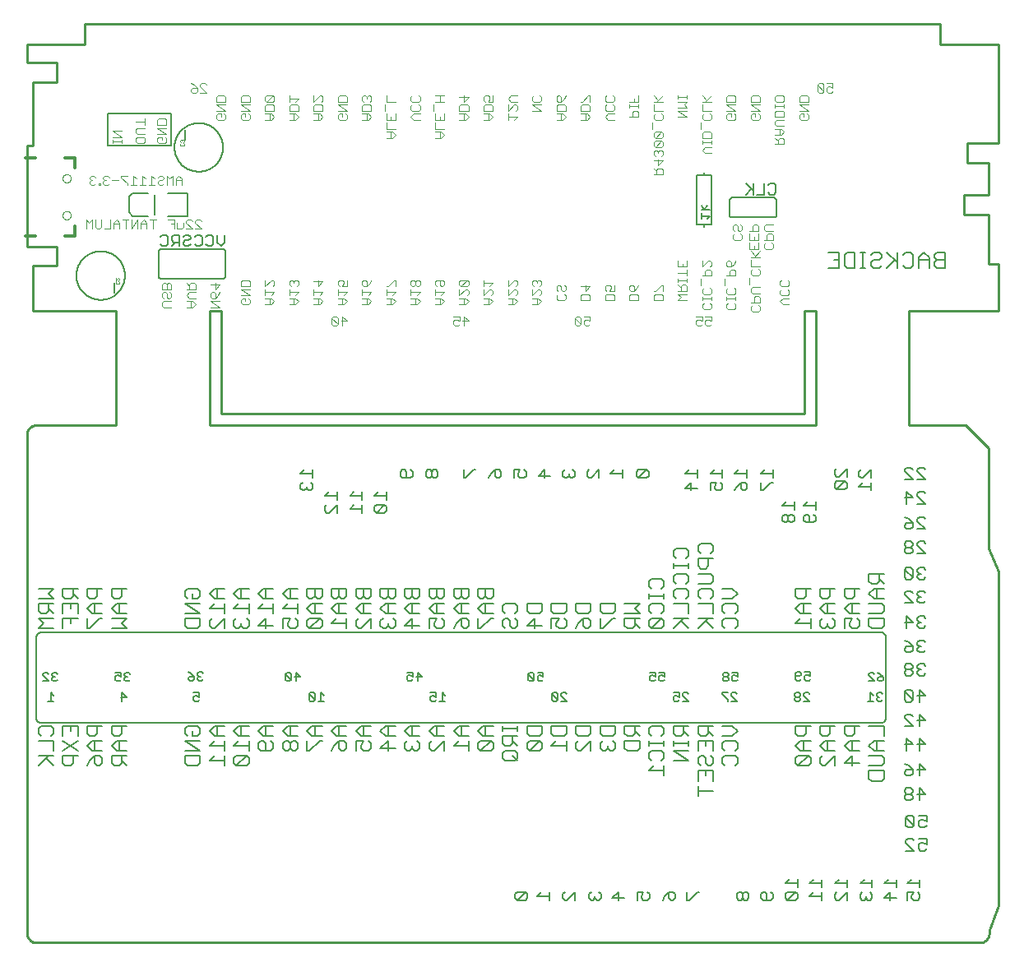
<source format=gbo>
G75*
%MOIN*%
%OFA0B0*%
%FSLAX25Y25*%
%IPPOS*%
%LPD*%
%AMOC8*
5,1,8,0,0,1.08239X$1,22.5*
%
%ADD10C,0.01000*%
%ADD11C,0.00500*%
%ADD12C,0.00700*%
%ADD13C,0.00600*%
%ADD14C,0.00300*%
%ADD15C,0.00800*%
%ADD16C,0.00000*%
%ADD17C,0.01200*%
%ADD18C,0.00100*%
D10*
X0013866Y0005937D02*
X0013866Y0207906D01*
X0013868Y0208030D01*
X0013874Y0208153D01*
X0013883Y0208277D01*
X0013897Y0208399D01*
X0013914Y0208522D01*
X0013936Y0208644D01*
X0013961Y0208765D01*
X0013990Y0208885D01*
X0014022Y0209004D01*
X0014059Y0209123D01*
X0014099Y0209240D01*
X0014142Y0209355D01*
X0014190Y0209470D01*
X0014241Y0209582D01*
X0014295Y0209693D01*
X0014353Y0209803D01*
X0014414Y0209910D01*
X0014479Y0210016D01*
X0014547Y0210119D01*
X0014618Y0210220D01*
X0014692Y0210319D01*
X0014769Y0210416D01*
X0014850Y0210510D01*
X0014933Y0210601D01*
X0015019Y0210690D01*
X0015108Y0210776D01*
X0015199Y0210859D01*
X0015293Y0210940D01*
X0015390Y0211017D01*
X0015489Y0211091D01*
X0015590Y0211162D01*
X0015693Y0211230D01*
X0015799Y0211295D01*
X0015906Y0211356D01*
X0016016Y0211414D01*
X0016127Y0211468D01*
X0016239Y0211519D01*
X0016354Y0211567D01*
X0016469Y0211610D01*
X0016586Y0211650D01*
X0016705Y0211687D01*
X0016824Y0211719D01*
X0016944Y0211748D01*
X0017065Y0211773D01*
X0017187Y0211795D01*
X0017310Y0211812D01*
X0017432Y0211826D01*
X0017556Y0211835D01*
X0017679Y0211841D01*
X0017803Y0211843D01*
X0050087Y0211843D01*
X0050087Y0258299D01*
X0016228Y0258299D01*
X0016228Y0276409D01*
X0026071Y0276409D01*
X0026071Y0284283D01*
X0013866Y0284283D01*
X0013866Y0325228D01*
X0016228Y0325228D01*
X0016228Y0350819D01*
X0026071Y0350819D01*
X0026071Y0358693D01*
X0013866Y0358693D01*
X0013866Y0366173D01*
X0037488Y0366173D01*
X0037488Y0374441D01*
X0383945Y0374441D01*
X0383945Y0366173D01*
X0407567Y0366173D01*
X0407567Y0326016D01*
X0394969Y0326016D01*
X0394969Y0318142D01*
X0403630Y0318142D01*
X0403630Y0305150D01*
X0393787Y0305150D01*
X0393787Y0297276D01*
X0403630Y0297276D01*
X0403630Y0277197D01*
X0407567Y0277197D01*
X0407567Y0258299D01*
X0371346Y0258299D01*
X0371346Y0211843D01*
X0394181Y0211843D01*
X0403630Y0202394D01*
X0403630Y0161843D01*
X0407567Y0152394D01*
X0407567Y0017000D01*
X0403866Y0007000D01*
X0403866Y0005937D01*
X0403864Y0005813D01*
X0403858Y0005690D01*
X0403849Y0005566D01*
X0403835Y0005444D01*
X0403818Y0005321D01*
X0403796Y0005199D01*
X0403771Y0005078D01*
X0403742Y0004958D01*
X0403710Y0004839D01*
X0403673Y0004720D01*
X0403633Y0004603D01*
X0403590Y0004488D01*
X0403542Y0004373D01*
X0403491Y0004261D01*
X0403437Y0004150D01*
X0403379Y0004040D01*
X0403318Y0003933D01*
X0403253Y0003827D01*
X0403185Y0003724D01*
X0403114Y0003623D01*
X0403040Y0003524D01*
X0402963Y0003427D01*
X0402882Y0003333D01*
X0402799Y0003242D01*
X0402713Y0003153D01*
X0402624Y0003067D01*
X0402533Y0002984D01*
X0402439Y0002903D01*
X0402342Y0002826D01*
X0402243Y0002752D01*
X0402142Y0002681D01*
X0402039Y0002613D01*
X0401933Y0002548D01*
X0401826Y0002487D01*
X0401716Y0002429D01*
X0401605Y0002375D01*
X0401493Y0002324D01*
X0401378Y0002276D01*
X0401263Y0002233D01*
X0401146Y0002193D01*
X0401027Y0002156D01*
X0400908Y0002124D01*
X0400788Y0002095D01*
X0400667Y0002070D01*
X0400545Y0002048D01*
X0400422Y0002031D01*
X0400300Y0002017D01*
X0400176Y0002008D01*
X0400053Y0002002D01*
X0399929Y0002000D01*
X0017803Y0002000D01*
X0017679Y0002002D01*
X0017556Y0002008D01*
X0017432Y0002017D01*
X0017310Y0002031D01*
X0017187Y0002048D01*
X0017065Y0002070D01*
X0016944Y0002095D01*
X0016824Y0002124D01*
X0016705Y0002156D01*
X0016586Y0002193D01*
X0016469Y0002233D01*
X0016354Y0002276D01*
X0016239Y0002324D01*
X0016127Y0002375D01*
X0016016Y0002429D01*
X0015906Y0002487D01*
X0015799Y0002548D01*
X0015693Y0002613D01*
X0015590Y0002681D01*
X0015489Y0002752D01*
X0015390Y0002826D01*
X0015293Y0002903D01*
X0015199Y0002984D01*
X0015108Y0003067D01*
X0015019Y0003153D01*
X0014933Y0003242D01*
X0014850Y0003333D01*
X0014769Y0003427D01*
X0014692Y0003524D01*
X0014618Y0003623D01*
X0014547Y0003724D01*
X0014479Y0003827D01*
X0014414Y0003933D01*
X0014353Y0004040D01*
X0014295Y0004150D01*
X0014241Y0004261D01*
X0014190Y0004373D01*
X0014142Y0004488D01*
X0014099Y0004603D01*
X0014059Y0004720D01*
X0014022Y0004839D01*
X0013990Y0004958D01*
X0013961Y0005078D01*
X0013936Y0005199D01*
X0013914Y0005321D01*
X0013897Y0005444D01*
X0013883Y0005566D01*
X0013874Y0005690D01*
X0013868Y0005813D01*
X0013866Y0005937D01*
X0087882Y0211843D02*
X0087882Y0258299D01*
X0092606Y0258299D01*
X0092606Y0216567D01*
X0328827Y0216567D01*
X0328827Y0258299D01*
X0333551Y0258299D01*
X0333551Y0211843D01*
X0087882Y0211843D01*
D11*
X0089884Y0145572D02*
X0087849Y0143537D01*
X0089884Y0141502D01*
X0093954Y0141502D01*
X0093954Y0139495D02*
X0093954Y0135425D01*
X0093954Y0133418D02*
X0089884Y0129348D01*
X0088866Y0129348D01*
X0087849Y0130365D01*
X0087849Y0132400D01*
X0088866Y0133418D01*
X0087849Y0137460D02*
X0093954Y0137460D01*
X0097749Y0137460D02*
X0103854Y0137460D01*
X0103854Y0139495D02*
X0103854Y0135425D01*
X0102836Y0133418D02*
X0103854Y0132400D01*
X0103854Y0130365D01*
X0102836Y0129348D01*
X0101819Y0129348D01*
X0100801Y0130365D01*
X0100801Y0131383D01*
X0100801Y0130365D02*
X0099784Y0129348D01*
X0098766Y0129348D01*
X0097749Y0130365D01*
X0097749Y0132400D01*
X0098766Y0133418D01*
X0097749Y0137460D02*
X0099784Y0139495D01*
X0099784Y0141502D02*
X0103854Y0141502D01*
X0100801Y0141502D02*
X0100801Y0145572D01*
X0099784Y0145572D02*
X0097749Y0143537D01*
X0099784Y0141502D01*
X0099784Y0145572D02*
X0103854Y0145572D01*
X0107649Y0143537D02*
X0109684Y0141502D01*
X0113754Y0141502D01*
X0113754Y0139495D02*
X0113754Y0135425D01*
X0113754Y0137460D02*
X0107649Y0137460D01*
X0109684Y0139495D01*
X0110701Y0141502D02*
X0110701Y0145572D01*
X0109684Y0145572D02*
X0113754Y0145572D01*
X0109684Y0145572D02*
X0107649Y0143537D01*
X0117549Y0143537D02*
X0119584Y0141502D01*
X0123654Y0141502D01*
X0123654Y0139495D02*
X0123654Y0135425D01*
X0123654Y0137460D02*
X0117549Y0137460D01*
X0119584Y0139495D01*
X0120601Y0141502D02*
X0120601Y0145572D01*
X0119584Y0145572D02*
X0117549Y0143537D01*
X0119584Y0145572D02*
X0123654Y0145572D01*
X0127449Y0145572D02*
X0127449Y0142520D01*
X0128466Y0141502D01*
X0129484Y0141502D01*
X0130501Y0142520D01*
X0130501Y0145572D01*
X0127449Y0145572D02*
X0133554Y0145572D01*
X0133554Y0142520D01*
X0132536Y0141502D01*
X0131519Y0141502D01*
X0130501Y0142520D01*
X0130501Y0139495D02*
X0130501Y0135425D01*
X0129484Y0135425D02*
X0133554Y0135425D01*
X0132536Y0133418D02*
X0128466Y0129348D01*
X0132536Y0129348D01*
X0133554Y0130365D01*
X0133554Y0132400D01*
X0132536Y0133418D01*
X0128466Y0133418D01*
X0127449Y0132400D01*
X0127449Y0130365D01*
X0128466Y0129348D01*
X0123654Y0130365D02*
X0123654Y0132400D01*
X0122636Y0133418D01*
X0120601Y0133418D02*
X0119584Y0131383D01*
X0119584Y0130365D01*
X0120601Y0129348D01*
X0122636Y0129348D01*
X0123654Y0130365D01*
X0120601Y0133418D02*
X0117549Y0133418D01*
X0117549Y0129348D01*
X0113754Y0130365D02*
X0107649Y0130365D01*
X0110701Y0133418D01*
X0110701Y0129348D01*
X0127449Y0137460D02*
X0129484Y0135425D01*
X0127449Y0137460D02*
X0129484Y0139495D01*
X0133554Y0139495D01*
X0137349Y0137460D02*
X0139384Y0135425D01*
X0143454Y0135425D01*
X0143454Y0133418D02*
X0143454Y0129348D01*
X0143454Y0131383D02*
X0137349Y0131383D01*
X0139384Y0133418D01*
X0140401Y0135425D02*
X0140401Y0139495D01*
X0139384Y0139495D02*
X0137349Y0137460D01*
X0139384Y0139495D02*
X0143454Y0139495D01*
X0142436Y0141502D02*
X0143454Y0142520D01*
X0143454Y0145572D01*
X0137349Y0145572D01*
X0137349Y0142520D01*
X0138366Y0141502D01*
X0139384Y0141502D01*
X0140401Y0142520D01*
X0140401Y0145572D01*
X0140401Y0142520D02*
X0141419Y0141502D01*
X0142436Y0141502D01*
X0147249Y0142520D02*
X0147249Y0145572D01*
X0153354Y0145572D01*
X0153354Y0142520D01*
X0152336Y0141502D01*
X0151319Y0141502D01*
X0150301Y0142520D01*
X0150301Y0145572D01*
X0150301Y0142520D02*
X0149284Y0141502D01*
X0148266Y0141502D01*
X0147249Y0142520D01*
X0149284Y0139495D02*
X0147249Y0137460D01*
X0149284Y0135425D01*
X0153354Y0135425D01*
X0153354Y0133418D02*
X0149284Y0129348D01*
X0148266Y0129348D01*
X0147249Y0130365D01*
X0147249Y0132400D01*
X0148266Y0133418D01*
X0150301Y0135425D02*
X0150301Y0139495D01*
X0149284Y0139495D02*
X0153354Y0139495D01*
X0157149Y0137460D02*
X0159184Y0135425D01*
X0163254Y0135425D01*
X0162236Y0133418D02*
X0163254Y0132400D01*
X0163254Y0130365D01*
X0162236Y0129348D01*
X0161219Y0129348D01*
X0160201Y0130365D01*
X0160201Y0131383D01*
X0160201Y0130365D02*
X0159184Y0129348D01*
X0158166Y0129348D01*
X0157149Y0130365D01*
X0157149Y0132400D01*
X0158166Y0133418D01*
X0160201Y0135425D02*
X0160201Y0139495D01*
X0159184Y0139495D02*
X0163254Y0139495D01*
X0162236Y0141502D02*
X0163254Y0142520D01*
X0163254Y0145572D01*
X0157149Y0145572D01*
X0157149Y0142520D01*
X0158166Y0141502D01*
X0159184Y0141502D01*
X0160201Y0142520D01*
X0160201Y0145572D01*
X0160201Y0142520D02*
X0161219Y0141502D01*
X0162236Y0141502D01*
X0159184Y0139495D02*
X0157149Y0137460D01*
X0153354Y0133418D02*
X0153354Y0129348D01*
X0167049Y0130365D02*
X0170101Y0133418D01*
X0170101Y0129348D01*
X0167049Y0130365D02*
X0173154Y0130365D01*
X0176949Y0129348D02*
X0176949Y0133418D01*
X0180001Y0133418D01*
X0178984Y0131383D01*
X0178984Y0130365D01*
X0180001Y0129348D01*
X0182036Y0129348D01*
X0183054Y0130365D01*
X0183054Y0132400D01*
X0182036Y0133418D01*
X0183054Y0135425D02*
X0178984Y0135425D01*
X0176949Y0137460D01*
X0178984Y0139495D01*
X0183054Y0139495D01*
X0182036Y0141502D02*
X0183054Y0142520D01*
X0183054Y0145572D01*
X0176949Y0145572D01*
X0176949Y0142520D01*
X0177966Y0141502D01*
X0178984Y0141502D01*
X0180001Y0142520D01*
X0180001Y0145572D01*
X0180001Y0142520D02*
X0181019Y0141502D01*
X0182036Y0141502D01*
X0180001Y0139495D02*
X0180001Y0135425D01*
X0173154Y0135425D02*
X0169084Y0135425D01*
X0167049Y0137460D01*
X0169084Y0139495D01*
X0173154Y0139495D01*
X0172136Y0141502D02*
X0173154Y0142520D01*
X0173154Y0145572D01*
X0167049Y0145572D01*
X0167049Y0142520D01*
X0168066Y0141502D01*
X0169084Y0141502D01*
X0170101Y0142520D01*
X0170101Y0145572D01*
X0170101Y0142520D02*
X0171119Y0141502D01*
X0172136Y0141502D01*
X0170101Y0139495D02*
X0170101Y0135425D01*
X0186849Y0137460D02*
X0188884Y0135425D01*
X0192954Y0135425D01*
X0191936Y0133418D02*
X0192954Y0132400D01*
X0192954Y0130365D01*
X0191936Y0129348D01*
X0190919Y0129348D01*
X0189901Y0130365D01*
X0189901Y0133418D01*
X0191936Y0133418D01*
X0189901Y0133418D02*
X0187866Y0131383D01*
X0186849Y0129348D01*
X0189901Y0135425D02*
X0189901Y0139495D01*
X0188884Y0139495D02*
X0186849Y0137460D01*
X0188884Y0139495D02*
X0192954Y0139495D01*
X0191936Y0141502D02*
X0192954Y0142520D01*
X0192954Y0145572D01*
X0186849Y0145572D01*
X0186849Y0142520D01*
X0187866Y0141502D01*
X0188884Y0141502D01*
X0189901Y0142520D01*
X0189901Y0145572D01*
X0189901Y0142520D02*
X0190919Y0141502D01*
X0191936Y0141502D01*
X0196749Y0142520D02*
X0197766Y0141502D01*
X0198784Y0141502D01*
X0199801Y0142520D01*
X0199801Y0145572D01*
X0196749Y0145572D02*
X0196749Y0142520D01*
X0196749Y0145572D02*
X0202854Y0145572D01*
X0202854Y0142520D01*
X0201836Y0141502D01*
X0200819Y0141502D01*
X0199801Y0142520D01*
X0199801Y0139495D02*
X0199801Y0135425D01*
X0198784Y0135425D02*
X0202854Y0135425D01*
X0202854Y0133418D02*
X0201836Y0133418D01*
X0197766Y0129348D01*
X0196749Y0129348D01*
X0196749Y0133418D01*
X0198784Y0135425D02*
X0196749Y0137460D01*
X0198784Y0139495D01*
X0202854Y0139495D01*
X0206649Y0138477D02*
X0207666Y0139495D01*
X0211736Y0139495D01*
X0212754Y0138477D01*
X0212754Y0136442D01*
X0211736Y0135425D01*
X0211736Y0133418D02*
X0212754Y0132400D01*
X0212754Y0130365D01*
X0211736Y0129348D01*
X0210719Y0129348D01*
X0209701Y0130365D01*
X0209701Y0132400D01*
X0208684Y0133418D01*
X0207666Y0133418D01*
X0206649Y0132400D01*
X0206649Y0130365D01*
X0207666Y0129348D01*
X0207666Y0135425D02*
X0206649Y0136442D01*
X0206649Y0138477D01*
X0216549Y0139495D02*
X0216549Y0136442D01*
X0217566Y0135425D01*
X0221636Y0135425D01*
X0222654Y0136442D01*
X0222654Y0139495D01*
X0216549Y0139495D01*
X0219601Y0133418D02*
X0219601Y0129348D01*
X0216549Y0130365D02*
X0219601Y0133418D01*
X0216549Y0130365D02*
X0222654Y0130365D01*
X0226449Y0129348D02*
X0226449Y0133418D01*
X0229501Y0133418D01*
X0228484Y0131383D01*
X0228484Y0130365D01*
X0229501Y0129348D01*
X0231536Y0129348D01*
X0232554Y0130365D01*
X0232554Y0132400D01*
X0231536Y0133418D01*
X0231536Y0135425D02*
X0227466Y0135425D01*
X0226449Y0136442D01*
X0226449Y0139495D01*
X0232554Y0139495D01*
X0232554Y0136442D01*
X0231536Y0135425D01*
X0236349Y0136442D02*
X0236349Y0139495D01*
X0242454Y0139495D01*
X0242454Y0136442D01*
X0241436Y0135425D01*
X0237366Y0135425D01*
X0236349Y0136442D01*
X0239401Y0133418D02*
X0239401Y0130365D01*
X0240419Y0129348D01*
X0241436Y0129348D01*
X0242454Y0130365D01*
X0242454Y0132400D01*
X0241436Y0133418D01*
X0239401Y0133418D01*
X0237366Y0131383D01*
X0236349Y0129348D01*
X0246249Y0129348D02*
X0247266Y0129348D01*
X0251336Y0133418D01*
X0252354Y0133418D01*
X0251336Y0135425D02*
X0247266Y0135425D01*
X0246249Y0136442D01*
X0246249Y0139495D01*
X0252354Y0139495D01*
X0252354Y0136442D01*
X0251336Y0135425D01*
X0256149Y0135425D02*
X0262254Y0135425D01*
X0260219Y0137460D01*
X0262254Y0139495D01*
X0256149Y0139495D01*
X0256149Y0133418D02*
X0256149Y0130365D01*
X0257166Y0129348D01*
X0259201Y0129348D01*
X0260219Y0130365D01*
X0260219Y0133418D01*
X0262254Y0133418D02*
X0256149Y0133418D01*
X0260219Y0131383D02*
X0262254Y0129348D01*
X0266049Y0130365D02*
X0267066Y0129348D01*
X0271136Y0133418D01*
X0272154Y0132400D01*
X0272154Y0130365D01*
X0271136Y0129348D01*
X0267066Y0129348D01*
X0266049Y0130365D02*
X0266049Y0132400D01*
X0267066Y0133418D01*
X0271136Y0133418D01*
X0271136Y0135425D02*
X0272154Y0136442D01*
X0272154Y0138477D01*
X0271136Y0139495D01*
X0267066Y0139495D01*
X0266049Y0138477D01*
X0266049Y0136442D01*
X0267066Y0135425D01*
X0266049Y0141511D02*
X0266049Y0143546D01*
X0266049Y0142529D02*
X0272154Y0142529D01*
X0272154Y0143546D02*
X0272154Y0141511D01*
X0275949Y0142520D02*
X0275949Y0144555D01*
X0276966Y0145572D01*
X0281036Y0145572D01*
X0282054Y0144555D01*
X0282054Y0142520D01*
X0281036Y0141502D01*
X0282054Y0139495D02*
X0282054Y0135425D01*
X0282054Y0133418D02*
X0275949Y0133418D01*
X0279001Y0132400D02*
X0282054Y0129348D01*
X0285849Y0129348D02*
X0289919Y0133418D01*
X0288901Y0132400D02*
X0291954Y0129348D01*
X0295749Y0130365D02*
X0295749Y0132400D01*
X0296766Y0133418D01*
X0300836Y0133418D01*
X0301854Y0132400D01*
X0301854Y0130365D01*
X0300836Y0129348D01*
X0296766Y0129348D02*
X0295749Y0130365D01*
X0291954Y0133418D02*
X0285849Y0133418D01*
X0280019Y0133418D02*
X0275949Y0129348D01*
X0275949Y0139495D02*
X0282054Y0139495D01*
X0285849Y0139495D02*
X0291954Y0139495D01*
X0291954Y0135425D01*
X0295749Y0136442D02*
X0295749Y0138477D01*
X0296766Y0139495D01*
X0300836Y0139495D01*
X0301854Y0138477D01*
X0301854Y0136442D01*
X0300836Y0135425D01*
X0296766Y0135425D02*
X0295749Y0136442D01*
X0295749Y0141502D02*
X0299819Y0141502D01*
X0301854Y0143537D01*
X0299819Y0145572D01*
X0295749Y0145572D01*
X0291954Y0144555D02*
X0291954Y0142520D01*
X0290936Y0141502D01*
X0291954Y0144555D02*
X0290936Y0145572D01*
X0286866Y0145572D01*
X0285849Y0144555D01*
X0285849Y0142520D01*
X0286866Y0141502D01*
X0285849Y0147579D02*
X0290936Y0147579D01*
X0291954Y0148597D01*
X0291954Y0150632D01*
X0290936Y0151649D01*
X0285849Y0151649D01*
X0286866Y0153656D02*
X0285849Y0154674D01*
X0285849Y0157727D01*
X0291954Y0157727D01*
X0289919Y0157727D02*
X0289919Y0154674D01*
X0288901Y0153656D01*
X0286866Y0153656D01*
X0282054Y0153666D02*
X0282054Y0155701D01*
X0282054Y0154683D02*
X0275949Y0154683D01*
X0275949Y0153666D02*
X0275949Y0155701D01*
X0276966Y0157708D02*
X0275949Y0158725D01*
X0275949Y0160760D01*
X0276966Y0161778D01*
X0281036Y0161778D01*
X0282054Y0160760D01*
X0282054Y0158725D01*
X0281036Y0157708D01*
X0285849Y0160751D02*
X0285849Y0162786D01*
X0286866Y0163804D01*
X0290936Y0163804D01*
X0291954Y0162786D01*
X0291954Y0160751D01*
X0290936Y0159734D01*
X0286866Y0159734D02*
X0285849Y0160751D01*
X0281036Y0151649D02*
X0276966Y0151649D01*
X0275949Y0150632D01*
X0275949Y0148597D01*
X0276966Y0147579D01*
X0281036Y0147579D02*
X0282054Y0148597D01*
X0282054Y0150632D01*
X0281036Y0151649D01*
X0272154Y0148606D02*
X0272154Y0146571D01*
X0271136Y0145553D01*
X0272154Y0148606D02*
X0271136Y0149624D01*
X0267066Y0149624D01*
X0266049Y0148606D01*
X0266049Y0146571D01*
X0267066Y0145553D01*
X0275949Y0142520D02*
X0276966Y0141502D01*
X0246249Y0133418D02*
X0246249Y0129348D01*
X0266312Y0111544D02*
X0268648Y0111544D01*
X0268648Y0109793D01*
X0267480Y0110377D01*
X0266896Y0110377D01*
X0266312Y0109793D01*
X0266312Y0108625D01*
X0266896Y0108041D01*
X0268064Y0108041D01*
X0268648Y0108625D01*
X0269996Y0108625D02*
X0270579Y0108041D01*
X0271747Y0108041D01*
X0272331Y0108625D01*
X0272331Y0109793D02*
X0271163Y0110377D01*
X0270579Y0110377D01*
X0269996Y0109793D01*
X0269996Y0108625D01*
X0272331Y0109793D02*
X0272331Y0111544D01*
X0269996Y0111544D01*
X0275856Y0103391D02*
X0278191Y0103391D01*
X0278191Y0101639D01*
X0277023Y0102223D01*
X0276439Y0102223D01*
X0275856Y0101639D01*
X0275856Y0100472D01*
X0276439Y0099888D01*
X0277607Y0099888D01*
X0278191Y0100472D01*
X0279539Y0099888D02*
X0281874Y0099888D01*
X0279539Y0102223D01*
X0279539Y0102807D01*
X0280123Y0103391D01*
X0281290Y0103391D01*
X0281874Y0102807D01*
X0282054Y0089939D02*
X0275949Y0089939D01*
X0275949Y0086886D01*
X0276966Y0085869D01*
X0279001Y0085869D01*
X0280019Y0086886D01*
X0280019Y0089939D01*
X0280019Y0087904D02*
X0282054Y0085869D01*
X0282054Y0083862D02*
X0282054Y0081827D01*
X0282054Y0082844D02*
X0275949Y0082844D01*
X0275949Y0081827D02*
X0275949Y0083862D01*
X0272154Y0083862D02*
X0272154Y0081827D01*
X0272154Y0082844D02*
X0266049Y0082844D01*
X0266049Y0081827D02*
X0266049Y0083862D01*
X0267066Y0085869D02*
X0266049Y0086886D01*
X0266049Y0088921D01*
X0267066Y0089939D01*
X0271136Y0089939D01*
X0272154Y0088921D01*
X0272154Y0086886D01*
X0271136Y0085869D01*
X0271136Y0079810D02*
X0267066Y0079810D01*
X0266049Y0078793D01*
X0266049Y0076758D01*
X0267066Y0075740D01*
X0268084Y0073733D02*
X0266049Y0071698D01*
X0272154Y0071698D01*
X0272154Y0073733D02*
X0272154Y0069663D01*
X0271136Y0075740D02*
X0272154Y0076758D01*
X0272154Y0078793D01*
X0271136Y0079810D01*
X0275949Y0079810D02*
X0282054Y0075740D01*
X0275949Y0075740D01*
X0275949Y0079810D02*
X0282054Y0079810D01*
X0285849Y0079792D02*
X0285849Y0083862D01*
X0291954Y0083862D01*
X0291954Y0079792D01*
X0290936Y0077785D02*
X0291954Y0076767D01*
X0291954Y0074732D01*
X0290936Y0073714D01*
X0289919Y0073714D01*
X0288901Y0074732D01*
X0288901Y0076767D01*
X0287884Y0077785D01*
X0286866Y0077785D01*
X0285849Y0076767D01*
X0285849Y0074732D01*
X0286866Y0073714D01*
X0285849Y0071707D02*
X0291954Y0071707D01*
X0291954Y0067637D01*
X0288901Y0069672D02*
X0288901Y0071707D01*
X0285849Y0071707D02*
X0285849Y0067637D01*
X0285849Y0065630D02*
X0285849Y0061560D01*
X0285849Y0063595D02*
X0291954Y0063595D01*
X0296766Y0073714D02*
X0295749Y0074732D01*
X0295749Y0076767D01*
X0296766Y0077785D01*
X0300836Y0077785D01*
X0301854Y0076767D01*
X0301854Y0074732D01*
X0300836Y0073714D01*
X0300836Y0079792D02*
X0301854Y0080809D01*
X0301854Y0082844D01*
X0300836Y0083862D01*
X0296766Y0083862D01*
X0295749Y0082844D01*
X0295749Y0080809D01*
X0296766Y0079792D01*
X0295749Y0085869D02*
X0299819Y0085869D01*
X0301854Y0087904D01*
X0299819Y0089939D01*
X0295749Y0089939D01*
X0291954Y0089939D02*
X0285849Y0089939D01*
X0285849Y0086886D01*
X0286866Y0085869D01*
X0288901Y0085869D01*
X0289919Y0086886D01*
X0289919Y0089939D01*
X0289919Y0087904D02*
X0291954Y0085869D01*
X0288901Y0083862D02*
X0288901Y0081827D01*
X0297876Y0099888D02*
X0297876Y0100472D01*
X0295541Y0102807D01*
X0295541Y0103391D01*
X0297876Y0103391D01*
X0299224Y0102807D02*
X0299808Y0103391D01*
X0300975Y0103391D01*
X0301559Y0102807D01*
X0299224Y0102807D02*
X0299224Y0102223D01*
X0301559Y0099888D01*
X0299224Y0099888D01*
X0300138Y0108069D02*
X0301306Y0108069D01*
X0301890Y0108653D01*
X0301890Y0109820D02*
X0300722Y0110404D01*
X0300138Y0110404D01*
X0299555Y0109820D01*
X0299555Y0108653D01*
X0300138Y0108069D01*
X0298207Y0108653D02*
X0298207Y0109237D01*
X0297623Y0109820D01*
X0296455Y0109820D01*
X0295871Y0109237D01*
X0295871Y0108653D01*
X0296455Y0108069D01*
X0297623Y0108069D01*
X0298207Y0108653D01*
X0297623Y0109820D02*
X0298207Y0110404D01*
X0298207Y0110988D01*
X0297623Y0111572D01*
X0296455Y0111572D01*
X0295871Y0110988D01*
X0295871Y0110404D01*
X0296455Y0109820D01*
X0299555Y0111572D02*
X0301890Y0111572D01*
X0301890Y0109820D01*
X0325399Y0109998D02*
X0327151Y0109998D01*
X0327734Y0110581D01*
X0327734Y0111165D01*
X0327151Y0111749D01*
X0325983Y0111749D01*
X0325399Y0111165D01*
X0325399Y0108830D01*
X0325983Y0108246D01*
X0327151Y0108246D01*
X0327734Y0108830D01*
X0329082Y0108830D02*
X0329666Y0108246D01*
X0330834Y0108246D01*
X0331417Y0108830D01*
X0331417Y0109998D02*
X0330250Y0110581D01*
X0329666Y0110581D01*
X0329082Y0109998D01*
X0329082Y0108830D01*
X0331417Y0109998D02*
X0331417Y0111749D01*
X0329082Y0111749D01*
X0329335Y0103391D02*
X0330503Y0103391D01*
X0331087Y0102807D01*
X0329335Y0103391D02*
X0328751Y0102807D01*
X0328751Y0102223D01*
X0331087Y0099888D01*
X0328751Y0099888D01*
X0327403Y0100472D02*
X0327403Y0101055D01*
X0326820Y0101639D01*
X0325652Y0101639D01*
X0325068Y0101055D01*
X0325068Y0100472D01*
X0325652Y0099888D01*
X0326820Y0099888D01*
X0327403Y0100472D01*
X0326820Y0101639D02*
X0327403Y0102223D01*
X0327403Y0102807D01*
X0326820Y0103391D01*
X0325652Y0103391D01*
X0325068Y0102807D01*
X0325068Y0102223D01*
X0325652Y0101639D01*
X0325449Y0089939D02*
X0325449Y0086886D01*
X0326466Y0085869D01*
X0328501Y0085869D01*
X0329519Y0086886D01*
X0329519Y0089939D01*
X0331554Y0089939D02*
X0325449Y0089939D01*
X0327484Y0083862D02*
X0325449Y0081827D01*
X0327484Y0079792D01*
X0331554Y0079792D01*
X0330536Y0077785D02*
X0326466Y0077785D01*
X0325449Y0076767D01*
X0325449Y0074732D01*
X0326466Y0073714D01*
X0330536Y0077785D01*
X0331554Y0076767D01*
X0331554Y0074732D01*
X0330536Y0073714D01*
X0326466Y0073714D01*
X0328501Y0079792D02*
X0328501Y0083862D01*
X0327484Y0083862D02*
X0331554Y0083862D01*
X0335349Y0081827D02*
X0337384Y0079792D01*
X0341454Y0079792D01*
X0341454Y0077785D02*
X0337384Y0073714D01*
X0336366Y0073714D01*
X0335349Y0074732D01*
X0335349Y0076767D01*
X0336366Y0077785D01*
X0338401Y0079792D02*
X0338401Y0083862D01*
X0337384Y0083862D02*
X0335349Y0081827D01*
X0337384Y0083862D02*
X0341454Y0083862D01*
X0339419Y0086886D02*
X0339419Y0089939D01*
X0341454Y0089939D02*
X0335349Y0089939D01*
X0335349Y0086886D01*
X0336366Y0085869D01*
X0338401Y0085869D01*
X0339419Y0086886D01*
X0345249Y0086886D02*
X0346266Y0085869D01*
X0348301Y0085869D01*
X0349319Y0086886D01*
X0349319Y0089939D01*
X0351354Y0089939D02*
X0345249Y0089939D01*
X0345249Y0086886D01*
X0347284Y0083862D02*
X0345249Y0081827D01*
X0347284Y0079792D01*
X0351354Y0079792D01*
X0348301Y0079792D02*
X0348301Y0083862D01*
X0347284Y0083862D02*
X0351354Y0083862D01*
X0355149Y0081827D02*
X0357184Y0079792D01*
X0361254Y0079792D01*
X0360236Y0077785D02*
X0361254Y0076767D01*
X0361254Y0074732D01*
X0360236Y0073714D01*
X0355149Y0073714D01*
X0355149Y0071707D02*
X0355149Y0068655D01*
X0356166Y0067637D01*
X0360236Y0067637D01*
X0361254Y0068655D01*
X0361254Y0071707D01*
X0355149Y0071707D01*
X0351354Y0074732D02*
X0345249Y0074732D01*
X0348301Y0077785D01*
X0348301Y0073714D01*
X0355149Y0077785D02*
X0360236Y0077785D01*
X0358201Y0079792D02*
X0358201Y0083862D01*
X0357184Y0083862D02*
X0355149Y0081827D01*
X0357184Y0083862D02*
X0361254Y0083862D01*
X0361254Y0085869D02*
X0361254Y0089939D01*
X0355149Y0089939D01*
X0359634Y0091026D02*
X0020067Y0091026D01*
X0019566Y0089939D02*
X0023636Y0089939D01*
X0024654Y0088921D01*
X0024654Y0086886D01*
X0023636Y0085869D01*
X0024654Y0083862D02*
X0024654Y0079792D01*
X0024654Y0077785D02*
X0018549Y0077785D01*
X0021601Y0076767D02*
X0024654Y0073714D01*
X0028449Y0074732D02*
X0029466Y0073714D01*
X0031501Y0073714D01*
X0032519Y0074732D01*
X0032519Y0077785D01*
X0034554Y0077785D02*
X0028449Y0077785D01*
X0028449Y0074732D01*
X0022619Y0077785D02*
X0018549Y0073714D01*
X0028449Y0079792D02*
X0034554Y0083862D01*
X0034554Y0085869D02*
X0034554Y0089939D01*
X0028449Y0089939D01*
X0028449Y0085869D01*
X0028449Y0083862D02*
X0034554Y0079792D01*
X0038349Y0081827D02*
X0040384Y0083862D01*
X0044454Y0083862D01*
X0041401Y0083862D02*
X0041401Y0079792D01*
X0040384Y0079792D02*
X0044454Y0079792D01*
X0043436Y0077785D02*
X0044454Y0076767D01*
X0044454Y0074732D01*
X0043436Y0073714D01*
X0042419Y0073714D01*
X0041401Y0074732D01*
X0041401Y0077785D01*
X0043436Y0077785D01*
X0041401Y0077785D02*
X0039366Y0075750D01*
X0038349Y0073714D01*
X0040384Y0079792D02*
X0038349Y0081827D01*
X0039366Y0085869D02*
X0041401Y0085869D01*
X0042419Y0086886D01*
X0042419Y0089939D01*
X0044454Y0089939D02*
X0038349Y0089939D01*
X0038349Y0086886D01*
X0039366Y0085869D01*
X0031501Y0087904D02*
X0031501Y0089939D01*
X0024654Y0083862D02*
X0018549Y0083862D01*
X0019566Y0085869D02*
X0018549Y0086886D01*
X0018549Y0088921D01*
X0019566Y0089939D01*
X0020067Y0091025D02*
X0019970Y0091027D01*
X0019874Y0091033D01*
X0019778Y0091042D01*
X0019682Y0091055D01*
X0019587Y0091072D01*
X0019492Y0091093D01*
X0019399Y0091117D01*
X0019307Y0091145D01*
X0019215Y0091177D01*
X0019125Y0091212D01*
X0019037Y0091251D01*
X0018950Y0091293D01*
X0018865Y0091339D01*
X0018781Y0091388D01*
X0018700Y0091440D01*
X0018620Y0091495D01*
X0018543Y0091553D01*
X0018469Y0091615D01*
X0018396Y0091679D01*
X0018327Y0091746D01*
X0018260Y0091815D01*
X0018196Y0091888D01*
X0018134Y0091962D01*
X0018076Y0092039D01*
X0018021Y0092119D01*
X0017969Y0092200D01*
X0017920Y0092284D01*
X0017874Y0092369D01*
X0017832Y0092456D01*
X0017793Y0092544D01*
X0017758Y0092634D01*
X0017726Y0092726D01*
X0017698Y0092818D01*
X0017674Y0092911D01*
X0017653Y0093006D01*
X0017636Y0093101D01*
X0017623Y0093197D01*
X0017614Y0093293D01*
X0017608Y0093389D01*
X0017606Y0093486D01*
X0017606Y0125474D01*
X0017608Y0125571D01*
X0017614Y0125667D01*
X0017623Y0125763D01*
X0017636Y0125859D01*
X0017653Y0125954D01*
X0017674Y0126049D01*
X0017698Y0126142D01*
X0017726Y0126234D01*
X0017758Y0126326D01*
X0017793Y0126416D01*
X0017832Y0126504D01*
X0017874Y0126591D01*
X0017920Y0126676D01*
X0017969Y0126760D01*
X0018021Y0126841D01*
X0018076Y0126921D01*
X0018134Y0126998D01*
X0018196Y0127072D01*
X0018260Y0127145D01*
X0018327Y0127214D01*
X0018396Y0127281D01*
X0018469Y0127345D01*
X0018543Y0127407D01*
X0018620Y0127465D01*
X0018700Y0127520D01*
X0018781Y0127572D01*
X0018865Y0127621D01*
X0018950Y0127667D01*
X0019037Y0127709D01*
X0019125Y0127748D01*
X0019215Y0127783D01*
X0019307Y0127815D01*
X0019399Y0127843D01*
X0019492Y0127867D01*
X0019587Y0127888D01*
X0019682Y0127905D01*
X0019778Y0127918D01*
X0019874Y0127927D01*
X0019970Y0127933D01*
X0020067Y0127935D01*
X0359634Y0127935D01*
X0360236Y0129348D02*
X0356166Y0129348D01*
X0355149Y0130365D01*
X0355149Y0133418D01*
X0361254Y0133418D01*
X0361254Y0130365D01*
X0360236Y0129348D01*
X0359634Y0127935D02*
X0359731Y0127933D01*
X0359827Y0127927D01*
X0359923Y0127918D01*
X0360019Y0127905D01*
X0360114Y0127888D01*
X0360209Y0127867D01*
X0360302Y0127843D01*
X0360394Y0127815D01*
X0360486Y0127783D01*
X0360576Y0127748D01*
X0360664Y0127709D01*
X0360751Y0127667D01*
X0360836Y0127621D01*
X0360920Y0127572D01*
X0361001Y0127520D01*
X0361081Y0127465D01*
X0361158Y0127407D01*
X0361232Y0127345D01*
X0361305Y0127281D01*
X0361374Y0127214D01*
X0361441Y0127145D01*
X0361505Y0127072D01*
X0361567Y0126998D01*
X0361625Y0126921D01*
X0361680Y0126841D01*
X0361732Y0126760D01*
X0361781Y0126676D01*
X0361827Y0126591D01*
X0361869Y0126504D01*
X0361908Y0126416D01*
X0361943Y0126326D01*
X0361975Y0126234D01*
X0362003Y0126142D01*
X0362027Y0126049D01*
X0362048Y0125954D01*
X0362065Y0125859D01*
X0362078Y0125763D01*
X0362087Y0125667D01*
X0362093Y0125571D01*
X0362095Y0125474D01*
X0362094Y0125474D02*
X0362094Y0093486D01*
X0362095Y0093486D02*
X0362093Y0093389D01*
X0362087Y0093293D01*
X0362078Y0093197D01*
X0362065Y0093101D01*
X0362048Y0093006D01*
X0362027Y0092911D01*
X0362003Y0092818D01*
X0361975Y0092726D01*
X0361943Y0092634D01*
X0361908Y0092544D01*
X0361869Y0092456D01*
X0361827Y0092369D01*
X0361781Y0092284D01*
X0361732Y0092200D01*
X0361680Y0092119D01*
X0361625Y0092039D01*
X0361567Y0091962D01*
X0361505Y0091888D01*
X0361441Y0091815D01*
X0361374Y0091746D01*
X0361305Y0091679D01*
X0361232Y0091615D01*
X0361158Y0091553D01*
X0361081Y0091495D01*
X0361001Y0091440D01*
X0360920Y0091388D01*
X0360836Y0091339D01*
X0360751Y0091293D01*
X0360664Y0091251D01*
X0360576Y0091212D01*
X0360486Y0091177D01*
X0360394Y0091145D01*
X0360302Y0091117D01*
X0360209Y0091093D01*
X0360114Y0091072D01*
X0360019Y0091055D01*
X0359923Y0091042D01*
X0359827Y0091033D01*
X0359731Y0091027D01*
X0359634Y0091025D01*
X0360030Y0099888D02*
X0360614Y0100472D01*
X0360030Y0099888D02*
X0358863Y0099888D01*
X0358279Y0100472D01*
X0358279Y0101055D01*
X0358863Y0101639D01*
X0359447Y0101639D01*
X0358863Y0101639D02*
X0358279Y0102223D01*
X0358279Y0102807D01*
X0358863Y0103391D01*
X0360030Y0103391D01*
X0360614Y0102807D01*
X0356931Y0102223D02*
X0355763Y0103391D01*
X0355763Y0099888D01*
X0354596Y0099888D02*
X0356931Y0099888D01*
X0357258Y0108006D02*
X0354923Y0108006D01*
X0357258Y0108006D02*
X0354923Y0110341D01*
X0354923Y0110925D01*
X0355506Y0111509D01*
X0356674Y0111509D01*
X0357258Y0110925D01*
X0358606Y0111509D02*
X0359773Y0110925D01*
X0360941Y0109757D01*
X0359190Y0109757D01*
X0358606Y0109174D01*
X0358606Y0108590D01*
X0359190Y0108006D01*
X0360357Y0108006D01*
X0360941Y0108590D01*
X0360941Y0109757D01*
X0350336Y0129348D02*
X0351354Y0130365D01*
X0351354Y0132400D01*
X0350336Y0133418D01*
X0348301Y0133418D02*
X0347284Y0131383D01*
X0347284Y0130365D01*
X0348301Y0129348D01*
X0350336Y0129348D01*
X0348301Y0133418D02*
X0345249Y0133418D01*
X0345249Y0129348D01*
X0341454Y0130365D02*
X0341454Y0132400D01*
X0340436Y0133418D01*
X0341454Y0135425D02*
X0337384Y0135425D01*
X0335349Y0137460D01*
X0337384Y0139495D01*
X0341454Y0139495D01*
X0338401Y0139495D02*
X0338401Y0135425D01*
X0336366Y0133418D02*
X0335349Y0132400D01*
X0335349Y0130365D01*
X0336366Y0129348D01*
X0337384Y0129348D01*
X0338401Y0130365D01*
X0339419Y0129348D01*
X0340436Y0129348D01*
X0341454Y0130365D01*
X0338401Y0130365D02*
X0338401Y0131383D01*
X0331554Y0131383D02*
X0325449Y0131383D01*
X0327484Y0133418D01*
X0327484Y0135425D02*
X0331554Y0135425D01*
X0331554Y0133418D02*
X0331554Y0129348D01*
X0328501Y0135425D02*
X0328501Y0139495D01*
X0327484Y0139495D02*
X0331554Y0139495D01*
X0329519Y0142520D02*
X0329519Y0145572D01*
X0331554Y0145572D02*
X0325449Y0145572D01*
X0325449Y0142520D01*
X0326466Y0141502D01*
X0328501Y0141502D01*
X0329519Y0142520D01*
X0327484Y0139495D02*
X0325449Y0137460D01*
X0327484Y0135425D01*
X0335349Y0142520D02*
X0336366Y0141502D01*
X0338401Y0141502D01*
X0339419Y0142520D01*
X0339419Y0145572D01*
X0341454Y0145572D02*
X0335349Y0145572D01*
X0335349Y0142520D01*
X0345249Y0142520D02*
X0346266Y0141502D01*
X0348301Y0141502D01*
X0349319Y0142520D01*
X0349319Y0145572D01*
X0351354Y0145572D02*
X0345249Y0145572D01*
X0345249Y0142520D01*
X0347284Y0139495D02*
X0345249Y0137460D01*
X0347284Y0135425D01*
X0351354Y0135425D01*
X0348301Y0135425D02*
X0348301Y0139495D01*
X0347284Y0139495D02*
X0351354Y0139495D01*
X0355149Y0139495D02*
X0360236Y0139495D01*
X0361254Y0138477D01*
X0361254Y0136442D01*
X0360236Y0135425D01*
X0355149Y0135425D01*
X0357184Y0141502D02*
X0361254Y0141502D01*
X0358201Y0141502D02*
X0358201Y0145572D01*
X0357184Y0145572D02*
X0355149Y0143537D01*
X0357184Y0141502D01*
X0357184Y0145572D02*
X0361254Y0145572D01*
X0361254Y0147579D02*
X0359219Y0149614D01*
X0359219Y0148597D02*
X0359219Y0151649D01*
X0361254Y0151649D02*
X0355149Y0151649D01*
X0355149Y0148597D01*
X0356166Y0147579D01*
X0358201Y0147579D01*
X0359219Y0148597D01*
X0341454Y0077785D02*
X0341454Y0073714D01*
X0262254Y0080809D02*
X0261236Y0079792D01*
X0257166Y0079792D01*
X0256149Y0080809D01*
X0256149Y0083862D01*
X0262254Y0083862D01*
X0262254Y0080809D01*
X0262254Y0085869D02*
X0260219Y0087904D01*
X0260219Y0086886D02*
X0260219Y0089939D01*
X0262254Y0089939D02*
X0256149Y0089939D01*
X0256149Y0086886D01*
X0257166Y0085869D01*
X0259201Y0085869D01*
X0260219Y0086886D01*
X0252354Y0086886D02*
X0251336Y0085869D01*
X0247266Y0085869D01*
X0246249Y0086886D01*
X0246249Y0089939D01*
X0252354Y0089939D01*
X0252354Y0086886D01*
X0251336Y0083862D02*
X0252354Y0082844D01*
X0252354Y0080809D01*
X0251336Y0079792D01*
X0250319Y0079792D01*
X0249301Y0080809D01*
X0249301Y0081827D01*
X0249301Y0080809D02*
X0248284Y0079792D01*
X0247266Y0079792D01*
X0246249Y0080809D01*
X0246249Y0082844D01*
X0247266Y0083862D01*
X0242454Y0083862D02*
X0242454Y0079792D01*
X0242454Y0083862D02*
X0238384Y0079792D01*
X0237366Y0079792D01*
X0236349Y0080809D01*
X0236349Y0082844D01*
X0237366Y0083862D01*
X0237366Y0085869D02*
X0236349Y0086886D01*
X0236349Y0089939D01*
X0242454Y0089939D01*
X0242454Y0086886D01*
X0241436Y0085869D01*
X0237366Y0085869D01*
X0232554Y0086886D02*
X0231536Y0085869D01*
X0227466Y0085869D01*
X0226449Y0086886D01*
X0226449Y0089939D01*
X0232554Y0089939D01*
X0232554Y0086886D01*
X0232554Y0083862D02*
X0232554Y0079792D01*
X0232554Y0081827D02*
X0226449Y0081827D01*
X0228484Y0083862D01*
X0222654Y0082844D02*
X0222654Y0080809D01*
X0221636Y0079792D01*
X0217566Y0079792D01*
X0221636Y0083862D01*
X0222654Y0082844D01*
X0221636Y0083862D02*
X0217566Y0083862D01*
X0216549Y0082844D01*
X0216549Y0080809D01*
X0217566Y0079792D01*
X0217566Y0085869D02*
X0216549Y0086886D01*
X0216549Y0089939D01*
X0222654Y0089939D01*
X0222654Y0086886D01*
X0221636Y0085869D01*
X0217566Y0085869D01*
X0212754Y0085888D02*
X0206649Y0085888D01*
X0206649Y0082835D01*
X0207666Y0081817D01*
X0209701Y0081817D01*
X0210719Y0082835D01*
X0210719Y0085888D01*
X0210719Y0083852D02*
X0212754Y0081817D01*
X0211736Y0079810D02*
X0212754Y0078793D01*
X0212754Y0076758D01*
X0211736Y0075740D01*
X0207666Y0075740D01*
X0206649Y0076758D01*
X0206649Y0078793D01*
X0207666Y0079810D01*
X0211736Y0079810D01*
X0210719Y0077775D02*
X0212754Y0075740D01*
X0202854Y0080809D02*
X0202854Y0082844D01*
X0201836Y0083862D01*
X0197766Y0079792D01*
X0201836Y0079792D01*
X0202854Y0080809D01*
X0201836Y0083862D02*
X0197766Y0083862D01*
X0196749Y0082844D01*
X0196749Y0080809D01*
X0197766Y0079792D01*
X0192954Y0079792D02*
X0192954Y0083862D01*
X0192954Y0085869D02*
X0188884Y0085869D01*
X0186849Y0087904D01*
X0188884Y0089939D01*
X0192954Y0089939D01*
X0189901Y0089939D02*
X0189901Y0085869D01*
X0188884Y0083862D02*
X0186849Y0081827D01*
X0192954Y0081827D01*
X0198784Y0085869D02*
X0202854Y0085869D01*
X0199801Y0085869D02*
X0199801Y0089939D01*
X0198784Y0089939D02*
X0196749Y0087904D01*
X0198784Y0085869D01*
X0198784Y0089939D02*
X0202854Y0089939D01*
X0206649Y0089939D02*
X0206649Y0087904D01*
X0206649Y0088921D02*
X0212754Y0088921D01*
X0212754Y0087904D02*
X0212754Y0089939D01*
X0183054Y0089939D02*
X0178984Y0089939D01*
X0176949Y0087904D01*
X0178984Y0085869D01*
X0183054Y0085869D01*
X0183054Y0083862D02*
X0178984Y0079792D01*
X0177966Y0079792D01*
X0176949Y0080809D01*
X0176949Y0082844D01*
X0177966Y0083862D01*
X0180001Y0085869D02*
X0180001Y0089939D01*
X0183054Y0083862D02*
X0183054Y0079792D01*
X0173154Y0080809D02*
X0173154Y0082844D01*
X0172136Y0083862D01*
X0173154Y0085869D02*
X0169084Y0085869D01*
X0167049Y0087904D01*
X0169084Y0089939D01*
X0173154Y0089939D01*
X0170101Y0089939D02*
X0170101Y0085869D01*
X0168066Y0083862D02*
X0167049Y0082844D01*
X0167049Y0080809D01*
X0168066Y0079792D01*
X0169084Y0079792D01*
X0170101Y0080809D01*
X0171119Y0079792D01*
X0172136Y0079792D01*
X0173154Y0080809D01*
X0170101Y0080809D02*
X0170101Y0081827D01*
X0163254Y0080809D02*
X0157149Y0080809D01*
X0160201Y0083862D01*
X0160201Y0079792D01*
X0160201Y0085869D02*
X0160201Y0089939D01*
X0159184Y0089939D02*
X0163254Y0089939D01*
X0163254Y0085869D02*
X0159184Y0085869D01*
X0157149Y0087904D01*
X0159184Y0089939D01*
X0153354Y0089939D02*
X0149284Y0089939D01*
X0147249Y0087904D01*
X0149284Y0085869D01*
X0153354Y0085869D01*
X0152336Y0083862D02*
X0153354Y0082844D01*
X0153354Y0080809D01*
X0152336Y0079792D01*
X0150301Y0079792D01*
X0149284Y0080809D01*
X0149284Y0081827D01*
X0150301Y0083862D01*
X0147249Y0083862D01*
X0147249Y0079792D01*
X0143454Y0080809D02*
X0142436Y0079792D01*
X0141419Y0079792D01*
X0140401Y0080809D01*
X0140401Y0083862D01*
X0142436Y0083862D01*
X0143454Y0082844D01*
X0143454Y0080809D01*
X0140401Y0083862D02*
X0138366Y0081827D01*
X0137349Y0079792D01*
X0133554Y0083862D02*
X0132536Y0083862D01*
X0128466Y0079792D01*
X0127449Y0079792D01*
X0127449Y0083862D01*
X0129484Y0085869D02*
X0133554Y0085869D01*
X0130501Y0085869D02*
X0130501Y0089939D01*
X0129484Y0089939D02*
X0127449Y0087904D01*
X0129484Y0085869D01*
X0129484Y0089939D02*
X0133554Y0089939D01*
X0137349Y0087904D02*
X0139384Y0085869D01*
X0143454Y0085869D01*
X0140401Y0085869D02*
X0140401Y0089939D01*
X0139384Y0089939D02*
X0137349Y0087904D01*
X0139384Y0089939D02*
X0143454Y0089939D01*
X0150301Y0089939D02*
X0150301Y0085869D01*
X0134236Y0099888D02*
X0131901Y0099888D01*
X0133069Y0099888D02*
X0133069Y0103391D01*
X0134236Y0102223D01*
X0130553Y0102807D02*
X0130553Y0100472D01*
X0128218Y0102807D01*
X0128218Y0100472D01*
X0128802Y0099888D01*
X0129969Y0099888D01*
X0130553Y0100472D01*
X0130553Y0102807D02*
X0129969Y0103391D01*
X0128802Y0103391D01*
X0128218Y0102807D01*
X0122953Y0108037D02*
X0122953Y0111540D01*
X0124705Y0109789D01*
X0122370Y0109789D01*
X0121022Y0110957D02*
X0120438Y0111540D01*
X0119270Y0111540D01*
X0118686Y0110957D01*
X0121022Y0108621D01*
X0120438Y0108037D01*
X0119270Y0108037D01*
X0118686Y0108621D01*
X0118686Y0110957D01*
X0121022Y0110957D02*
X0121022Y0108621D01*
X0120601Y0089939D02*
X0120601Y0085869D01*
X0119584Y0085869D02*
X0123654Y0085869D01*
X0122636Y0083862D02*
X0123654Y0082844D01*
X0123654Y0080809D01*
X0122636Y0079792D01*
X0121619Y0079792D01*
X0120601Y0080809D01*
X0120601Y0082844D01*
X0119584Y0083862D01*
X0118566Y0083862D01*
X0117549Y0082844D01*
X0117549Y0080809D01*
X0118566Y0079792D01*
X0119584Y0079792D01*
X0120601Y0080809D01*
X0120601Y0082844D02*
X0121619Y0083862D01*
X0122636Y0083862D01*
X0119584Y0085869D02*
X0117549Y0087904D01*
X0119584Y0089939D01*
X0123654Y0089939D01*
X0113754Y0089939D02*
X0109684Y0089939D01*
X0107649Y0087904D01*
X0109684Y0085869D01*
X0113754Y0085869D01*
X0112736Y0083862D02*
X0113754Y0082844D01*
X0113754Y0080809D01*
X0112736Y0079792D01*
X0108666Y0079792D01*
X0107649Y0080809D01*
X0107649Y0082844D01*
X0108666Y0083862D01*
X0109684Y0083862D01*
X0110701Y0082844D01*
X0110701Y0079792D01*
X0110701Y0085869D02*
X0110701Y0089939D01*
X0103854Y0089939D02*
X0099784Y0089939D01*
X0097749Y0087904D01*
X0099784Y0085869D01*
X0103854Y0085869D01*
X0103854Y0083862D02*
X0103854Y0079792D01*
X0103854Y0081827D02*
X0097749Y0081827D01*
X0099784Y0083862D01*
X0100801Y0085869D02*
X0100801Y0089939D01*
X0093954Y0089939D02*
X0089884Y0089939D01*
X0087849Y0087904D01*
X0089884Y0085869D01*
X0093954Y0085869D01*
X0093954Y0083862D02*
X0093954Y0079792D01*
X0093954Y0077785D02*
X0093954Y0073714D01*
X0093954Y0075750D02*
X0087849Y0075750D01*
X0089884Y0077785D01*
X0087849Y0081827D02*
X0093954Y0081827D01*
X0089884Y0083862D02*
X0087849Y0081827D01*
X0084054Y0083862D02*
X0077949Y0083862D01*
X0084054Y0079792D01*
X0077949Y0079792D01*
X0077949Y0077785D02*
X0077949Y0074732D01*
X0078966Y0073714D01*
X0083036Y0073714D01*
X0084054Y0074732D01*
X0084054Y0077785D01*
X0077949Y0077785D01*
X0078966Y0085869D02*
X0077949Y0086886D01*
X0077949Y0088921D01*
X0078966Y0089939D01*
X0083036Y0089939D01*
X0084054Y0088921D01*
X0084054Y0086886D01*
X0083036Y0085869D01*
X0081001Y0085869D01*
X0081001Y0087904D01*
X0090901Y0089939D02*
X0090901Y0085869D01*
X0098766Y0077785D02*
X0097749Y0076767D01*
X0097749Y0074732D01*
X0098766Y0073714D01*
X0102836Y0077785D01*
X0103854Y0076767D01*
X0103854Y0074732D01*
X0102836Y0073714D01*
X0098766Y0073714D01*
X0098766Y0077785D02*
X0102836Y0077785D01*
X0083160Y0099888D02*
X0083744Y0100472D01*
X0083160Y0099888D02*
X0081993Y0099888D01*
X0081409Y0100472D01*
X0081409Y0101639D01*
X0081993Y0102223D01*
X0082576Y0102223D01*
X0083744Y0101639D01*
X0083744Y0103391D01*
X0081409Y0103391D01*
X0081068Y0108199D02*
X0079900Y0108199D01*
X0079316Y0108783D01*
X0079316Y0109366D01*
X0079900Y0109950D01*
X0081652Y0109950D01*
X0081652Y0108783D01*
X0081068Y0108199D01*
X0081652Y0109950D02*
X0080484Y0111118D01*
X0079316Y0111702D01*
X0082999Y0111118D02*
X0082999Y0110534D01*
X0083583Y0109950D01*
X0082999Y0109366D01*
X0082999Y0108783D01*
X0083583Y0108199D01*
X0084751Y0108199D01*
X0085335Y0108783D01*
X0084167Y0109950D02*
X0083583Y0109950D01*
X0082999Y0111118D02*
X0083583Y0111702D01*
X0084751Y0111702D01*
X0085335Y0111118D01*
X0083036Y0129348D02*
X0078966Y0129348D01*
X0077949Y0130365D01*
X0077949Y0133418D01*
X0084054Y0133418D01*
X0084054Y0130365D01*
X0083036Y0129348D01*
X0084054Y0135425D02*
X0077949Y0135425D01*
X0077949Y0139495D02*
X0084054Y0135425D01*
X0087849Y0137460D02*
X0089884Y0139495D01*
X0090901Y0141502D02*
X0090901Y0145572D01*
X0089884Y0145572D02*
X0093954Y0145572D01*
X0084054Y0144555D02*
X0084054Y0142520D01*
X0083036Y0141502D01*
X0081001Y0141502D01*
X0081001Y0143537D01*
X0078966Y0141502D02*
X0077949Y0142520D01*
X0077949Y0144555D01*
X0078966Y0145572D01*
X0083036Y0145572D01*
X0084054Y0144555D01*
X0084054Y0139495D02*
X0077949Y0139495D01*
X0093954Y0133418D02*
X0093954Y0129348D01*
X0054354Y0129348D02*
X0048249Y0129348D01*
X0048249Y0133418D02*
X0054354Y0133418D01*
X0052319Y0131383D01*
X0054354Y0129348D01*
X0054354Y0135425D02*
X0050284Y0135425D01*
X0048249Y0137460D01*
X0050284Y0139495D01*
X0054354Y0139495D01*
X0051301Y0139495D02*
X0051301Y0135425D01*
X0051301Y0141502D02*
X0052319Y0142520D01*
X0052319Y0145572D01*
X0054354Y0145572D02*
X0048249Y0145572D01*
X0048249Y0142520D01*
X0049266Y0141502D01*
X0051301Y0141502D01*
X0044454Y0139495D02*
X0040384Y0139495D01*
X0038349Y0137460D01*
X0040384Y0135425D01*
X0044454Y0135425D01*
X0044454Y0133418D02*
X0043436Y0133418D01*
X0039366Y0129348D01*
X0038349Y0129348D01*
X0038349Y0133418D01*
X0041401Y0135425D02*
X0041401Y0139495D01*
X0041401Y0141502D02*
X0042419Y0142520D01*
X0042419Y0145572D01*
X0044454Y0145572D02*
X0038349Y0145572D01*
X0038349Y0142520D01*
X0039366Y0141502D01*
X0041401Y0141502D01*
X0034554Y0141502D02*
X0032519Y0143537D01*
X0032519Y0142520D02*
X0032519Y0145572D01*
X0034554Y0145572D02*
X0028449Y0145572D01*
X0028449Y0142520D01*
X0029466Y0141502D01*
X0031501Y0141502D01*
X0032519Y0142520D01*
X0031501Y0139495D02*
X0031501Y0137460D01*
X0028449Y0135425D02*
X0028449Y0139495D01*
X0034554Y0139495D01*
X0034554Y0135425D01*
X0034554Y0133418D02*
X0028449Y0133418D01*
X0028449Y0129348D01*
X0031501Y0131383D02*
X0031501Y0133418D01*
X0024654Y0133418D02*
X0018549Y0133418D01*
X0020584Y0131383D01*
X0018549Y0129348D01*
X0024654Y0129348D01*
X0024654Y0135425D02*
X0022619Y0137460D01*
X0022619Y0136442D02*
X0022619Y0139495D01*
X0024654Y0139495D02*
X0018549Y0139495D01*
X0018549Y0136442D01*
X0019566Y0135425D01*
X0021601Y0135425D01*
X0022619Y0136442D01*
X0024654Y0141502D02*
X0018549Y0141502D01*
X0018549Y0145572D02*
X0024654Y0145572D01*
X0022619Y0143537D01*
X0024654Y0141502D01*
X0024611Y0111568D02*
X0024027Y0110984D01*
X0024027Y0110400D01*
X0024611Y0109816D01*
X0024027Y0109233D01*
X0024027Y0108649D01*
X0024611Y0108065D01*
X0025779Y0108065D01*
X0026362Y0108649D01*
X0025195Y0109816D02*
X0024611Y0109816D01*
X0024611Y0111568D02*
X0025779Y0111568D01*
X0026362Y0110984D01*
X0022679Y0110984D02*
X0022095Y0111568D01*
X0020928Y0111568D01*
X0020344Y0110984D01*
X0020344Y0110400D01*
X0022679Y0108065D01*
X0020344Y0108065D01*
X0023620Y0103391D02*
X0023620Y0099888D01*
X0024787Y0099888D02*
X0022452Y0099888D01*
X0024787Y0102223D02*
X0023620Y0103391D01*
X0048249Y0089939D02*
X0048249Y0086886D01*
X0049266Y0085869D01*
X0051301Y0085869D01*
X0052319Y0086886D01*
X0052319Y0089939D01*
X0054354Y0089939D02*
X0048249Y0089939D01*
X0050284Y0083862D02*
X0048249Y0081827D01*
X0050284Y0079792D01*
X0054354Y0079792D01*
X0054354Y0077785D02*
X0048249Y0077785D01*
X0048249Y0074732D01*
X0049266Y0073714D01*
X0051301Y0073714D01*
X0052319Y0074732D01*
X0052319Y0077785D01*
X0052319Y0075750D02*
X0054354Y0073714D01*
X0051301Y0079792D02*
X0051301Y0083862D01*
X0050284Y0083862D02*
X0054354Y0083862D01*
X0052465Y0099888D02*
X0052465Y0103391D01*
X0054217Y0101639D01*
X0051881Y0101639D01*
X0051540Y0108065D02*
X0052124Y0108649D01*
X0051540Y0108065D02*
X0050373Y0108065D01*
X0049789Y0108649D01*
X0049789Y0109816D01*
X0050373Y0110400D01*
X0050956Y0110400D01*
X0052124Y0109816D01*
X0052124Y0111568D01*
X0049789Y0111568D01*
X0053472Y0110984D02*
X0053472Y0110400D01*
X0054056Y0109816D01*
X0053472Y0109233D01*
X0053472Y0108649D01*
X0054056Y0108065D01*
X0055223Y0108065D01*
X0055807Y0108649D01*
X0054640Y0109816D02*
X0054056Y0109816D01*
X0053472Y0110984D02*
X0054056Y0111568D01*
X0055223Y0111568D01*
X0055807Y0110984D01*
X0167903Y0111619D02*
X0170238Y0111619D01*
X0170238Y0109868D01*
X0169071Y0110451D01*
X0168487Y0110451D01*
X0167903Y0109868D01*
X0167903Y0108700D01*
X0168487Y0108116D01*
X0169654Y0108116D01*
X0170238Y0108700D01*
X0171586Y0109868D02*
X0173921Y0109868D01*
X0172170Y0111619D01*
X0172170Y0108116D01*
X0177430Y0103391D02*
X0179766Y0103391D01*
X0179766Y0101639D01*
X0178598Y0102223D01*
X0178014Y0102223D01*
X0177430Y0101639D01*
X0177430Y0100472D01*
X0178014Y0099888D01*
X0179182Y0099888D01*
X0179766Y0100472D01*
X0181113Y0099888D02*
X0183449Y0099888D01*
X0182281Y0099888D02*
X0182281Y0103391D01*
X0183449Y0102223D01*
X0092544Y0284447D02*
X0091043Y0285948D01*
X0091043Y0288951D01*
X0089441Y0288200D02*
X0089441Y0285197D01*
X0088691Y0284447D01*
X0087189Y0284447D01*
X0086439Y0285197D01*
X0084837Y0285197D02*
X0084837Y0288200D01*
X0084087Y0288951D01*
X0082586Y0288951D01*
X0081835Y0288200D01*
X0080234Y0288200D02*
X0080234Y0287449D01*
X0079483Y0286699D01*
X0077982Y0286699D01*
X0077231Y0285948D01*
X0077231Y0285197D01*
X0077982Y0284447D01*
X0079483Y0284447D01*
X0080234Y0285197D01*
X0081835Y0285197D02*
X0082586Y0284447D01*
X0084087Y0284447D01*
X0084837Y0285197D01*
X0086439Y0288200D02*
X0087189Y0288951D01*
X0088691Y0288951D01*
X0089441Y0288200D01*
X0094045Y0288951D02*
X0094045Y0285948D01*
X0092544Y0284447D01*
X0080234Y0288200D02*
X0079483Y0288951D01*
X0077982Y0288951D01*
X0077231Y0288200D01*
X0075630Y0288951D02*
X0073378Y0288951D01*
X0072627Y0288200D01*
X0072627Y0286699D01*
X0073378Y0285948D01*
X0075630Y0285948D01*
X0075630Y0284447D02*
X0075630Y0288951D01*
X0074128Y0285948D02*
X0072627Y0284447D01*
X0071026Y0285197D02*
X0070275Y0284447D01*
X0068774Y0284447D01*
X0068023Y0285197D01*
X0071026Y0285197D02*
X0071026Y0288200D01*
X0070275Y0288951D01*
X0068774Y0288951D01*
X0068023Y0288200D01*
X0065516Y0297213D02*
X0065516Y0305213D01*
X0305197Y0305281D02*
X0307449Y0307533D01*
X0308200Y0306783D02*
X0305197Y0309785D01*
X0308200Y0309785D02*
X0308200Y0305281D01*
X0309801Y0305281D02*
X0312804Y0305281D01*
X0312804Y0309785D01*
X0314405Y0309035D02*
X0315156Y0309785D01*
X0316657Y0309785D01*
X0317407Y0309035D01*
X0317407Y0306032D01*
X0316657Y0305281D01*
X0315156Y0305281D01*
X0314405Y0306032D01*
D12*
X0313003Y0193776D02*
X0311368Y0192141D01*
X0316272Y0192141D01*
X0316272Y0190507D02*
X0316272Y0193776D01*
X0316272Y0188620D02*
X0315455Y0188620D01*
X0312185Y0185350D01*
X0311368Y0185350D01*
X0311368Y0188620D01*
X0305642Y0187802D02*
X0305642Y0186167D01*
X0304825Y0185350D01*
X0304007Y0185350D01*
X0303190Y0186167D01*
X0303190Y0188620D01*
X0304825Y0188620D01*
X0305642Y0187802D01*
X0303190Y0188620D02*
X0301555Y0186985D01*
X0300738Y0185350D01*
X0295800Y0186167D02*
X0295800Y0187802D01*
X0294982Y0188620D01*
X0293348Y0188620D02*
X0292530Y0186985D01*
X0292530Y0186167D01*
X0293348Y0185350D01*
X0294982Y0185350D01*
X0295800Y0186167D01*
X0293348Y0188620D02*
X0290895Y0188620D01*
X0290895Y0185350D01*
X0295800Y0190507D02*
X0295800Y0193776D01*
X0295800Y0192141D02*
X0290895Y0192141D01*
X0292530Y0193776D01*
X0285563Y0193776D02*
X0285563Y0190507D01*
X0285563Y0192141D02*
X0280659Y0192141D01*
X0282294Y0193776D01*
X0283111Y0188620D02*
X0283111Y0185350D01*
X0285563Y0186167D02*
X0280659Y0186167D01*
X0283111Y0188620D01*
X0300738Y0192141D02*
X0305642Y0192141D01*
X0305642Y0190507D02*
X0305642Y0193776D01*
X0302373Y0193776D02*
X0300738Y0192141D01*
X0320029Y0179149D02*
X0324933Y0179149D01*
X0324933Y0180784D02*
X0324933Y0177514D01*
X0324116Y0175627D02*
X0323299Y0175627D01*
X0322481Y0174810D01*
X0322481Y0173175D01*
X0323299Y0172358D01*
X0324116Y0172358D01*
X0324933Y0173175D01*
X0324933Y0174810D01*
X0324116Y0175627D01*
X0322481Y0174810D02*
X0321664Y0175627D01*
X0320847Y0175627D01*
X0320029Y0174810D01*
X0320029Y0173175D01*
X0320847Y0172358D01*
X0321664Y0172358D01*
X0322481Y0173175D01*
X0320029Y0179149D02*
X0321664Y0180784D01*
X0328691Y0179149D02*
X0333595Y0179149D01*
X0333595Y0180784D02*
X0333595Y0177514D01*
X0332778Y0175627D02*
X0333595Y0174810D01*
X0333595Y0173175D01*
X0332778Y0172358D01*
X0329508Y0172358D01*
X0328691Y0173175D01*
X0328691Y0174810D01*
X0329508Y0175627D01*
X0330325Y0175627D01*
X0331143Y0174810D01*
X0331143Y0172358D01*
X0328691Y0179149D02*
X0330325Y0180784D01*
X0341289Y0186561D02*
X0342106Y0185744D01*
X0345376Y0189013D01*
X0346193Y0188196D01*
X0346193Y0186561D01*
X0345376Y0185744D01*
X0342106Y0185744D01*
X0341289Y0186561D02*
X0341289Y0188196D01*
X0342106Y0189013D01*
X0345376Y0189013D01*
X0346193Y0190900D02*
X0346193Y0194170D01*
X0342924Y0190900D01*
X0342106Y0190900D01*
X0341289Y0191718D01*
X0341289Y0193352D01*
X0342106Y0194170D01*
X0351132Y0192959D02*
X0351132Y0191324D01*
X0351949Y0190507D01*
X0352766Y0190507D01*
X0356036Y0193776D01*
X0356036Y0190507D01*
X0356036Y0188620D02*
X0356036Y0185350D01*
X0356036Y0186985D02*
X0351132Y0186985D01*
X0352766Y0188620D01*
X0351132Y0192959D02*
X0351949Y0193776D01*
X0369657Y0193838D02*
X0370475Y0194656D01*
X0372109Y0194656D01*
X0372927Y0193838D01*
X0374814Y0193838D02*
X0375631Y0194656D01*
X0377266Y0194656D01*
X0378083Y0193838D01*
X0374814Y0193838D02*
X0374814Y0193021D01*
X0378083Y0189752D01*
X0374814Y0189752D01*
X0372927Y0189752D02*
X0369657Y0193021D01*
X0369657Y0193838D01*
X0369657Y0189752D02*
X0372927Y0189752D01*
X0370475Y0184813D02*
X0372927Y0182361D01*
X0369657Y0182361D01*
X0370475Y0179909D02*
X0370475Y0184813D01*
X0374814Y0183996D02*
X0375631Y0184813D01*
X0377266Y0184813D01*
X0378083Y0183996D01*
X0374814Y0183996D02*
X0374814Y0183179D01*
X0378083Y0179909D01*
X0374814Y0179909D01*
X0375631Y0174577D02*
X0377266Y0174577D01*
X0378083Y0173760D01*
X0375631Y0174577D02*
X0374814Y0173760D01*
X0374814Y0172942D01*
X0378083Y0169673D01*
X0374814Y0169673D01*
X0372927Y0170490D02*
X0372109Y0169673D01*
X0370475Y0169673D01*
X0369657Y0170490D01*
X0369657Y0171308D01*
X0370475Y0172125D01*
X0372927Y0172125D01*
X0372927Y0170490D01*
X0372927Y0172125D02*
X0371292Y0173760D01*
X0369657Y0174577D01*
X0370475Y0164734D02*
X0369657Y0163917D01*
X0369657Y0163100D01*
X0370475Y0162282D01*
X0372109Y0162282D01*
X0372927Y0163100D01*
X0372927Y0163917D01*
X0372109Y0164734D01*
X0370475Y0164734D01*
X0370475Y0162282D02*
X0369657Y0161465D01*
X0369657Y0160648D01*
X0370475Y0159830D01*
X0372109Y0159830D01*
X0372927Y0160648D01*
X0372927Y0161465D01*
X0372109Y0162282D01*
X0374814Y0163100D02*
X0374814Y0163917D01*
X0375631Y0164734D01*
X0377266Y0164734D01*
X0378083Y0163917D01*
X0374814Y0163100D02*
X0378083Y0159830D01*
X0374814Y0159830D01*
X0375631Y0154105D02*
X0374814Y0153287D01*
X0374814Y0152470D01*
X0375631Y0151652D01*
X0374814Y0150835D01*
X0374814Y0150018D01*
X0375631Y0149200D01*
X0377266Y0149200D01*
X0378083Y0150018D01*
X0376448Y0151652D02*
X0375631Y0151652D01*
X0375631Y0154105D02*
X0377266Y0154105D01*
X0378083Y0153287D01*
X0372927Y0153287D02*
X0372927Y0150018D01*
X0369657Y0153287D01*
X0369657Y0150018D01*
X0370475Y0149200D01*
X0372109Y0149200D01*
X0372927Y0150018D01*
X0372927Y0153287D02*
X0372109Y0154105D01*
X0370475Y0154105D01*
X0369657Y0153287D01*
X0370475Y0144656D02*
X0372109Y0144656D01*
X0372927Y0143838D01*
X0374814Y0143838D02*
X0374814Y0143021D01*
X0375631Y0142204D01*
X0374814Y0141386D01*
X0374814Y0140569D01*
X0375631Y0139752D01*
X0377266Y0139752D01*
X0378083Y0140569D01*
X0376448Y0142204D02*
X0375631Y0142204D01*
X0374814Y0143838D02*
X0375631Y0144656D01*
X0377266Y0144656D01*
X0378083Y0143838D01*
X0372927Y0139752D02*
X0369657Y0143021D01*
X0369657Y0143838D01*
X0370475Y0144656D01*
X0369657Y0139752D02*
X0372927Y0139752D01*
X0370475Y0134420D02*
X0372927Y0131967D01*
X0369657Y0131967D01*
X0370475Y0129515D02*
X0370475Y0134420D01*
X0374814Y0133602D02*
X0374814Y0132785D01*
X0375631Y0131967D01*
X0374814Y0131150D01*
X0374814Y0130333D01*
X0375631Y0129515D01*
X0377266Y0129515D01*
X0378083Y0130333D01*
X0376448Y0131967D02*
X0375631Y0131967D01*
X0374814Y0133602D02*
X0375631Y0134420D01*
X0377266Y0134420D01*
X0378083Y0133602D01*
X0377266Y0124577D02*
X0375631Y0124577D01*
X0374814Y0123760D01*
X0374814Y0122942D01*
X0375631Y0122125D01*
X0374814Y0121308D01*
X0374814Y0120490D01*
X0375631Y0119673D01*
X0377266Y0119673D01*
X0378083Y0120490D01*
X0376448Y0122125D02*
X0375631Y0122125D01*
X0372927Y0122125D02*
X0370475Y0122125D01*
X0369657Y0121308D01*
X0369657Y0120490D01*
X0370475Y0119673D01*
X0372109Y0119673D01*
X0372927Y0120490D01*
X0372927Y0122125D01*
X0371292Y0123760D01*
X0369657Y0124577D01*
X0377266Y0124577D02*
X0378083Y0123760D01*
X0377266Y0115128D02*
X0375631Y0115128D01*
X0374814Y0114311D01*
X0374814Y0113493D01*
X0375631Y0112676D01*
X0374814Y0111859D01*
X0374814Y0111041D01*
X0375631Y0110224D01*
X0377266Y0110224D01*
X0378083Y0111041D01*
X0376448Y0112676D02*
X0375631Y0112676D01*
X0372927Y0111859D02*
X0372109Y0112676D01*
X0370475Y0112676D01*
X0369657Y0111859D01*
X0369657Y0111041D01*
X0370475Y0110224D01*
X0372109Y0110224D01*
X0372927Y0111041D01*
X0372927Y0111859D01*
X0372109Y0112676D02*
X0372927Y0113493D01*
X0372927Y0114311D01*
X0372109Y0115128D01*
X0370475Y0115128D01*
X0369657Y0114311D01*
X0369657Y0113493D01*
X0370475Y0112676D01*
X0377266Y0115128D02*
X0378083Y0114311D01*
X0375631Y0104498D02*
X0378083Y0102046D01*
X0374814Y0102046D01*
X0372927Y0100411D02*
X0372927Y0103681D01*
X0372109Y0104498D01*
X0370475Y0104498D01*
X0369657Y0103681D01*
X0372927Y0100411D01*
X0372109Y0099594D01*
X0370475Y0099594D01*
X0369657Y0100411D01*
X0369657Y0103681D01*
X0375631Y0104498D02*
X0375631Y0099594D01*
X0375631Y0094656D02*
X0378083Y0092204D01*
X0374814Y0092204D01*
X0372927Y0093838D02*
X0372109Y0094656D01*
X0370475Y0094656D01*
X0369657Y0093838D01*
X0369657Y0093021D01*
X0372927Y0089752D01*
X0369657Y0089752D01*
X0370475Y0084813D02*
X0372927Y0082361D01*
X0369657Y0082361D01*
X0370475Y0079909D02*
X0370475Y0084813D01*
X0374814Y0082361D02*
X0378083Y0082361D01*
X0375631Y0084813D01*
X0375631Y0079909D01*
X0375631Y0074577D02*
X0378083Y0072125D01*
X0374814Y0072125D01*
X0372927Y0072125D02*
X0370475Y0072125D01*
X0369657Y0071308D01*
X0369657Y0070490D01*
X0370475Y0069673D01*
X0372109Y0069673D01*
X0372927Y0070490D01*
X0372927Y0072125D01*
X0371292Y0073760D01*
X0369657Y0074577D01*
X0375631Y0074577D02*
X0375631Y0069673D01*
X0375631Y0064734D02*
X0378083Y0062282D01*
X0374814Y0062282D01*
X0372927Y0061465D02*
X0372109Y0062282D01*
X0370475Y0062282D01*
X0369657Y0061465D01*
X0369657Y0060648D01*
X0370475Y0059830D01*
X0372109Y0059830D01*
X0372927Y0060648D01*
X0372927Y0061465D01*
X0372109Y0062282D02*
X0372927Y0063100D01*
X0372927Y0063917D01*
X0372109Y0064734D01*
X0370475Y0064734D01*
X0369657Y0063917D01*
X0369657Y0063100D01*
X0370475Y0062282D01*
X0375631Y0059830D02*
X0375631Y0064734D01*
X0375284Y0053623D02*
X0378553Y0053623D01*
X0378553Y0051171D01*
X0376919Y0051988D01*
X0376101Y0051988D01*
X0375284Y0051171D01*
X0375284Y0049536D01*
X0376101Y0048719D01*
X0377736Y0048719D01*
X0378553Y0049536D01*
X0373397Y0049536D02*
X0373397Y0052805D01*
X0372580Y0053623D01*
X0370945Y0053623D01*
X0370128Y0052805D01*
X0373397Y0049536D01*
X0372580Y0048719D01*
X0370945Y0048719D01*
X0370128Y0049536D01*
X0370128Y0052805D01*
X0370945Y0044174D02*
X0372580Y0044174D01*
X0373397Y0043357D01*
X0375284Y0044174D02*
X0378553Y0044174D01*
X0378553Y0041722D01*
X0376919Y0042539D01*
X0376101Y0042539D01*
X0375284Y0041722D01*
X0375284Y0040087D01*
X0376101Y0039270D01*
X0377736Y0039270D01*
X0378553Y0040087D01*
X0373397Y0039270D02*
X0370128Y0042539D01*
X0370128Y0043357D01*
X0370945Y0044174D01*
X0370128Y0039270D02*
X0373397Y0039270D01*
X0372451Y0027634D02*
X0370817Y0026000D01*
X0375721Y0026000D01*
X0375721Y0027634D02*
X0375721Y0024365D01*
X0374904Y0022478D02*
X0375721Y0021660D01*
X0375721Y0020026D01*
X0374904Y0019208D01*
X0373269Y0019208D01*
X0372451Y0020026D01*
X0372451Y0020843D01*
X0373269Y0022478D01*
X0370817Y0022478D01*
X0370817Y0019208D01*
X0366272Y0020026D02*
X0361368Y0020026D01*
X0363820Y0022478D01*
X0363820Y0019208D01*
X0366272Y0024365D02*
X0366272Y0027634D01*
X0366272Y0026000D02*
X0361368Y0026000D01*
X0363003Y0027634D01*
X0356430Y0027634D02*
X0356430Y0024365D01*
X0356430Y0026000D02*
X0351525Y0026000D01*
X0353160Y0027634D01*
X0352343Y0022478D02*
X0351525Y0021660D01*
X0351525Y0020026D01*
X0352343Y0019208D01*
X0353160Y0019208D01*
X0353977Y0020026D01*
X0354795Y0019208D01*
X0355612Y0019208D01*
X0356430Y0020026D01*
X0356430Y0021660D01*
X0355612Y0022478D01*
X0353977Y0020843D02*
X0353977Y0020026D01*
X0346193Y0019208D02*
X0346193Y0022478D01*
X0342924Y0019208D01*
X0342106Y0019208D01*
X0341289Y0020026D01*
X0341289Y0021660D01*
X0342106Y0022478D01*
X0341289Y0026000D02*
X0346193Y0026000D01*
X0346193Y0027634D02*
X0346193Y0024365D01*
X0342924Y0027634D02*
X0341289Y0026000D01*
X0335957Y0026000D02*
X0331053Y0026000D01*
X0332688Y0027634D01*
X0335957Y0027634D02*
X0335957Y0024365D01*
X0335957Y0022478D02*
X0335957Y0019208D01*
X0335957Y0020843D02*
X0331053Y0020843D01*
X0332688Y0022478D01*
X0316272Y0021699D02*
X0316272Y0020064D01*
X0315455Y0019247D01*
X0312185Y0019247D01*
X0311368Y0020064D01*
X0311368Y0021699D01*
X0312185Y0022516D01*
X0313003Y0022516D01*
X0313820Y0021699D01*
X0313820Y0019247D01*
X0316272Y0021699D02*
X0315455Y0022516D01*
X0306430Y0021699D02*
X0305612Y0022516D01*
X0304795Y0022516D01*
X0303977Y0021699D01*
X0303977Y0020064D01*
X0304795Y0019247D01*
X0305612Y0019247D01*
X0306430Y0020064D01*
X0306430Y0021699D01*
X0303977Y0021699D02*
X0303160Y0022516D01*
X0302343Y0022516D01*
X0301525Y0021699D01*
X0301525Y0020064D01*
X0302343Y0019247D01*
X0303160Y0019247D01*
X0303977Y0020064D01*
X0286351Y0022516D02*
X0285533Y0022516D01*
X0282264Y0019247D01*
X0281447Y0019247D01*
X0281447Y0022516D01*
X0276508Y0021699D02*
X0276508Y0020064D01*
X0275691Y0019247D01*
X0274874Y0019247D01*
X0274056Y0020064D01*
X0274056Y0022516D01*
X0275691Y0022516D01*
X0276508Y0021699D01*
X0274056Y0022516D02*
X0272421Y0020881D01*
X0271604Y0019247D01*
X0266272Y0020064D02*
X0266272Y0021699D01*
X0265455Y0022516D01*
X0263820Y0022516D02*
X0263003Y0020881D01*
X0263003Y0020064D01*
X0263820Y0019247D01*
X0265455Y0019247D01*
X0266272Y0020064D01*
X0263820Y0022516D02*
X0261368Y0022516D01*
X0261368Y0019247D01*
X0256036Y0020064D02*
X0251132Y0020064D01*
X0253584Y0022516D01*
X0253584Y0019247D01*
X0246587Y0020064D02*
X0246587Y0021699D01*
X0245770Y0022516D01*
X0244135Y0020881D02*
X0244135Y0020064D01*
X0244952Y0019247D01*
X0245770Y0019247D01*
X0246587Y0020064D01*
X0244135Y0020064D02*
X0243318Y0019247D01*
X0242500Y0019247D01*
X0241683Y0020064D01*
X0241683Y0021699D01*
X0242500Y0022516D01*
X0235957Y0022516D02*
X0232688Y0019247D01*
X0231870Y0019247D01*
X0231053Y0020064D01*
X0231053Y0021699D01*
X0231870Y0022516D01*
X0235957Y0022516D02*
X0235957Y0019247D01*
X0225721Y0019247D02*
X0225721Y0022516D01*
X0225721Y0020881D02*
X0220817Y0020881D01*
X0222451Y0022516D01*
X0216666Y0021699D02*
X0215848Y0022516D01*
X0212579Y0019247D01*
X0215848Y0019247D01*
X0216666Y0020064D01*
X0216666Y0021699D01*
X0215848Y0022516D02*
X0212579Y0022516D01*
X0211762Y0021699D01*
X0211762Y0020064D01*
X0212579Y0019247D01*
X0375631Y0089752D02*
X0375631Y0094656D01*
X0265878Y0191324D02*
X0265878Y0192959D01*
X0265061Y0193776D01*
X0261792Y0190507D01*
X0265061Y0190507D01*
X0265878Y0191324D01*
X0265061Y0193776D02*
X0261792Y0193776D01*
X0260974Y0192959D01*
X0260974Y0191324D01*
X0261792Y0190507D01*
X0255248Y0190507D02*
X0255248Y0193776D01*
X0255248Y0192141D02*
X0250344Y0192141D01*
X0251979Y0193776D01*
X0245800Y0193776D02*
X0245800Y0190507D01*
X0245800Y0193776D02*
X0242530Y0190507D01*
X0241713Y0190507D01*
X0240895Y0191324D01*
X0240895Y0192959D01*
X0241713Y0193776D01*
X0235957Y0192959D02*
X0235957Y0191324D01*
X0235140Y0190507D01*
X0234322Y0190507D01*
X0233505Y0191324D01*
X0233505Y0192141D01*
X0233505Y0191324D02*
X0232688Y0190507D01*
X0231870Y0190507D01*
X0231053Y0191324D01*
X0231053Y0192959D01*
X0231870Y0193776D01*
X0235140Y0193776D02*
X0235957Y0192959D01*
X0226115Y0191324D02*
X0221210Y0191324D01*
X0223662Y0193776D01*
X0223662Y0190507D01*
X0216272Y0191324D02*
X0216272Y0192959D01*
X0215455Y0193776D01*
X0213820Y0193776D02*
X0213003Y0192141D01*
X0213003Y0191324D01*
X0213820Y0190507D01*
X0215455Y0190507D01*
X0216272Y0191324D01*
X0213820Y0193776D02*
X0211368Y0193776D01*
X0211368Y0190507D01*
X0206036Y0191324D02*
X0206036Y0192959D01*
X0205218Y0193776D01*
X0203584Y0193776D01*
X0203584Y0191324D01*
X0204401Y0190507D01*
X0205218Y0190507D01*
X0206036Y0191324D01*
X0203584Y0193776D02*
X0201949Y0192141D01*
X0201132Y0190507D01*
X0195800Y0193776D02*
X0194982Y0193776D01*
X0191713Y0190507D01*
X0190895Y0190507D01*
X0190895Y0193776D01*
X0180445Y0192959D02*
X0180445Y0191324D01*
X0179628Y0190507D01*
X0178811Y0190507D01*
X0177993Y0191324D01*
X0177993Y0192959D01*
X0177176Y0193776D01*
X0176358Y0193776D01*
X0175541Y0192959D01*
X0175541Y0191324D01*
X0176358Y0190507D01*
X0177176Y0190507D01*
X0177993Y0191324D01*
X0177993Y0192959D02*
X0178811Y0193776D01*
X0179628Y0193776D01*
X0180445Y0192959D01*
X0170209Y0192959D02*
X0170209Y0191324D01*
X0169392Y0190507D01*
X0166122Y0190507D01*
X0165305Y0191324D01*
X0165305Y0192959D01*
X0166122Y0193776D01*
X0166940Y0193776D01*
X0167757Y0192959D01*
X0167757Y0190507D01*
X0170209Y0192959D02*
X0169392Y0193776D01*
X0159579Y0184721D02*
X0159579Y0181451D01*
X0159579Y0183086D02*
X0154675Y0183086D01*
X0156310Y0184721D01*
X0155492Y0179564D02*
X0154675Y0178747D01*
X0154675Y0177112D01*
X0155492Y0176295D01*
X0158762Y0179564D01*
X0159579Y0178747D01*
X0159579Y0177112D01*
X0158762Y0176295D01*
X0155492Y0176295D01*
X0155492Y0179564D02*
X0158762Y0179564D01*
X0149737Y0179564D02*
X0149737Y0176295D01*
X0149737Y0177930D02*
X0144832Y0177930D01*
X0146467Y0179564D01*
X0149737Y0181451D02*
X0149737Y0184721D01*
X0149737Y0183086D02*
X0144832Y0183086D01*
X0146467Y0184721D01*
X0139500Y0184721D02*
X0139500Y0181451D01*
X0139500Y0183086D02*
X0134596Y0183086D01*
X0136231Y0184721D01*
X0135414Y0179564D02*
X0134596Y0178747D01*
X0134596Y0177112D01*
X0135414Y0176295D01*
X0136231Y0176295D01*
X0139500Y0179564D01*
X0139500Y0176295D01*
X0129658Y0186167D02*
X0129658Y0187802D01*
X0128841Y0188620D01*
X0129658Y0190507D02*
X0129658Y0193776D01*
X0129658Y0192141D02*
X0124754Y0192141D01*
X0126388Y0193776D01*
X0125571Y0188620D02*
X0124754Y0187802D01*
X0124754Y0186167D01*
X0125571Y0185350D01*
X0126388Y0185350D01*
X0127206Y0186167D01*
X0128023Y0185350D01*
X0128841Y0185350D01*
X0129658Y0186167D01*
X0127206Y0186167D02*
X0127206Y0186985D01*
D13*
X0217156Y0110907D02*
X0219424Y0108639D01*
X0218857Y0108072D01*
X0217723Y0108072D01*
X0217156Y0108639D01*
X0217156Y0110907D01*
X0217723Y0111475D01*
X0218857Y0111475D01*
X0219424Y0110907D01*
X0219424Y0108639D01*
X0220839Y0108639D02*
X0221406Y0108072D01*
X0222540Y0108072D01*
X0223108Y0108639D01*
X0223108Y0109773D02*
X0221973Y0110340D01*
X0221406Y0110340D01*
X0220839Y0109773D01*
X0220839Y0108639D01*
X0223108Y0109773D02*
X0223108Y0111475D01*
X0220839Y0111475D01*
X0227227Y0103341D02*
X0226660Y0102774D01*
X0228928Y0100505D01*
X0228361Y0099938D01*
X0227227Y0099938D01*
X0226660Y0100505D01*
X0226660Y0102774D01*
X0227227Y0103341D02*
X0228361Y0103341D01*
X0228928Y0102774D01*
X0228928Y0100505D01*
X0230343Y0099938D02*
X0232611Y0099938D01*
X0230343Y0102206D01*
X0230343Y0102774D01*
X0230910Y0103341D01*
X0232044Y0103341D01*
X0232611Y0102774D01*
X0321160Y0026016D02*
X0326165Y0026016D01*
X0326165Y0027684D02*
X0326165Y0024348D01*
X0325331Y0022528D02*
X0321994Y0019192D01*
X0325331Y0019192D01*
X0326165Y0020026D01*
X0326165Y0021694D01*
X0325331Y0022528D01*
X0321994Y0022528D01*
X0321160Y0021694D01*
X0321160Y0020026D01*
X0321994Y0019192D01*
X0321160Y0026016D02*
X0322828Y0027684D01*
X0093295Y0271197D02*
X0068295Y0271197D01*
X0068235Y0271199D01*
X0068174Y0271204D01*
X0068115Y0271213D01*
X0068056Y0271226D01*
X0067997Y0271242D01*
X0067940Y0271262D01*
X0067885Y0271285D01*
X0067830Y0271312D01*
X0067778Y0271341D01*
X0067727Y0271374D01*
X0067678Y0271410D01*
X0067632Y0271448D01*
X0067588Y0271490D01*
X0067546Y0271534D01*
X0067508Y0271580D01*
X0067472Y0271629D01*
X0067439Y0271680D01*
X0067410Y0271732D01*
X0067383Y0271787D01*
X0067360Y0271842D01*
X0067340Y0271899D01*
X0067324Y0271958D01*
X0067311Y0272017D01*
X0067302Y0272076D01*
X0067297Y0272137D01*
X0067295Y0272197D01*
X0067295Y0282197D01*
X0067297Y0282257D01*
X0067302Y0282318D01*
X0067311Y0282377D01*
X0067324Y0282436D01*
X0067340Y0282495D01*
X0067360Y0282552D01*
X0067383Y0282607D01*
X0067410Y0282662D01*
X0067439Y0282714D01*
X0067472Y0282765D01*
X0067508Y0282814D01*
X0067546Y0282860D01*
X0067588Y0282904D01*
X0067632Y0282946D01*
X0067678Y0282984D01*
X0067727Y0283020D01*
X0067778Y0283053D01*
X0067830Y0283082D01*
X0067885Y0283109D01*
X0067940Y0283132D01*
X0067997Y0283152D01*
X0068056Y0283168D01*
X0068115Y0283181D01*
X0068174Y0283190D01*
X0068235Y0283195D01*
X0068295Y0283197D01*
X0093295Y0283197D01*
X0093355Y0283195D01*
X0093416Y0283190D01*
X0093475Y0283181D01*
X0093534Y0283168D01*
X0093593Y0283152D01*
X0093650Y0283132D01*
X0093705Y0283109D01*
X0093760Y0283082D01*
X0093812Y0283053D01*
X0093863Y0283020D01*
X0093912Y0282984D01*
X0093958Y0282946D01*
X0094002Y0282904D01*
X0094044Y0282860D01*
X0094082Y0282814D01*
X0094118Y0282765D01*
X0094151Y0282714D01*
X0094180Y0282662D01*
X0094207Y0282607D01*
X0094230Y0282552D01*
X0094250Y0282495D01*
X0094266Y0282436D01*
X0094279Y0282377D01*
X0094288Y0282318D01*
X0094293Y0282257D01*
X0094295Y0282197D01*
X0094295Y0272197D01*
X0094293Y0272137D01*
X0094288Y0272076D01*
X0094279Y0272017D01*
X0094266Y0271958D01*
X0094250Y0271899D01*
X0094230Y0271842D01*
X0094207Y0271787D01*
X0094180Y0271732D01*
X0094151Y0271680D01*
X0094118Y0271629D01*
X0094082Y0271580D01*
X0094044Y0271534D01*
X0094002Y0271490D01*
X0093958Y0271448D01*
X0093912Y0271410D01*
X0093863Y0271374D01*
X0093812Y0271341D01*
X0093760Y0271312D01*
X0093705Y0271285D01*
X0093650Y0271262D01*
X0093593Y0271242D01*
X0093534Y0271226D01*
X0093475Y0271213D01*
X0093416Y0271204D01*
X0093355Y0271199D01*
X0093295Y0271197D01*
X0287272Y0295481D02*
X0287272Y0297750D01*
X0287272Y0296615D02*
X0290675Y0296615D01*
X0289541Y0295481D01*
X0288407Y0299164D02*
X0289541Y0300866D01*
X0288407Y0299164D02*
X0287272Y0300866D01*
X0287272Y0299164D02*
X0290675Y0299164D01*
X0298657Y0297031D02*
X0298657Y0303031D01*
X0298659Y0303091D01*
X0298664Y0303152D01*
X0298673Y0303211D01*
X0298686Y0303270D01*
X0298702Y0303329D01*
X0298722Y0303386D01*
X0298745Y0303441D01*
X0298772Y0303496D01*
X0298801Y0303548D01*
X0298834Y0303599D01*
X0298870Y0303648D01*
X0298908Y0303694D01*
X0298950Y0303738D01*
X0298994Y0303780D01*
X0299040Y0303818D01*
X0299089Y0303854D01*
X0299140Y0303887D01*
X0299192Y0303916D01*
X0299247Y0303943D01*
X0299302Y0303966D01*
X0299359Y0303986D01*
X0299418Y0304002D01*
X0299477Y0304015D01*
X0299536Y0304024D01*
X0299597Y0304029D01*
X0299657Y0304031D01*
X0316657Y0304031D01*
X0316717Y0304029D01*
X0316778Y0304024D01*
X0316837Y0304015D01*
X0316896Y0304002D01*
X0316955Y0303986D01*
X0317012Y0303966D01*
X0317067Y0303943D01*
X0317122Y0303916D01*
X0317174Y0303887D01*
X0317225Y0303854D01*
X0317274Y0303818D01*
X0317320Y0303780D01*
X0317364Y0303738D01*
X0317406Y0303694D01*
X0317444Y0303648D01*
X0317480Y0303599D01*
X0317513Y0303548D01*
X0317542Y0303496D01*
X0317569Y0303441D01*
X0317592Y0303386D01*
X0317612Y0303329D01*
X0317628Y0303270D01*
X0317641Y0303211D01*
X0317650Y0303152D01*
X0317655Y0303091D01*
X0317657Y0303031D01*
X0317657Y0297031D01*
X0317655Y0296971D01*
X0317650Y0296910D01*
X0317641Y0296851D01*
X0317628Y0296792D01*
X0317612Y0296733D01*
X0317592Y0296676D01*
X0317569Y0296621D01*
X0317542Y0296566D01*
X0317513Y0296514D01*
X0317480Y0296463D01*
X0317444Y0296414D01*
X0317406Y0296368D01*
X0317364Y0296324D01*
X0317320Y0296282D01*
X0317274Y0296244D01*
X0317225Y0296208D01*
X0317174Y0296175D01*
X0317122Y0296146D01*
X0317067Y0296119D01*
X0317012Y0296096D01*
X0316955Y0296076D01*
X0316896Y0296060D01*
X0316837Y0296047D01*
X0316778Y0296038D01*
X0316717Y0296033D01*
X0316657Y0296031D01*
X0299657Y0296031D01*
X0299597Y0296033D01*
X0299536Y0296038D01*
X0299477Y0296047D01*
X0299418Y0296060D01*
X0299359Y0296076D01*
X0299302Y0296096D01*
X0299247Y0296119D01*
X0299192Y0296146D01*
X0299140Y0296175D01*
X0299089Y0296208D01*
X0299040Y0296244D01*
X0298994Y0296282D01*
X0298950Y0296324D01*
X0298908Y0296368D01*
X0298870Y0296414D01*
X0298834Y0296463D01*
X0298801Y0296514D01*
X0298772Y0296566D01*
X0298745Y0296621D01*
X0298722Y0296676D01*
X0298702Y0296733D01*
X0298686Y0296792D01*
X0298673Y0296851D01*
X0298664Y0296910D01*
X0298659Y0296971D01*
X0298657Y0297031D01*
X0338767Y0281934D02*
X0343037Y0281934D01*
X0343037Y0275528D01*
X0338767Y0275528D01*
X0340902Y0278731D02*
X0343037Y0278731D01*
X0345212Y0276596D02*
X0345212Y0280866D01*
X0346280Y0281934D01*
X0349483Y0281934D01*
X0349483Y0275528D01*
X0346280Y0275528D01*
X0345212Y0276596D01*
X0351644Y0275528D02*
X0353780Y0275528D01*
X0352712Y0275528D02*
X0352712Y0281934D01*
X0353780Y0281934D02*
X0351644Y0281934D01*
X0355955Y0280866D02*
X0357022Y0281934D01*
X0359158Y0281934D01*
X0360225Y0280866D01*
X0360225Y0279799D01*
X0359158Y0278731D01*
X0357022Y0278731D01*
X0355955Y0277663D01*
X0355955Y0276596D01*
X0357022Y0275528D01*
X0359158Y0275528D01*
X0360225Y0276596D01*
X0362400Y0275528D02*
X0365603Y0278731D01*
X0366671Y0277663D02*
X0362400Y0281934D01*
X0366671Y0281934D02*
X0366671Y0275528D01*
X0368846Y0276596D02*
X0369913Y0275528D01*
X0372049Y0275528D01*
X0373116Y0276596D01*
X0373116Y0280866D01*
X0372049Y0281934D01*
X0369913Y0281934D01*
X0368846Y0280866D01*
X0375291Y0279799D02*
X0375291Y0275528D01*
X0375291Y0278731D02*
X0379562Y0278731D01*
X0379562Y0279799D02*
X0377426Y0281934D01*
X0375291Y0279799D01*
X0379562Y0279799D02*
X0379562Y0275528D01*
X0381737Y0276596D02*
X0382804Y0275528D01*
X0386007Y0275528D01*
X0386007Y0281934D01*
X0382804Y0281934D01*
X0381737Y0280866D01*
X0381737Y0279799D01*
X0382804Y0278731D01*
X0386007Y0278731D01*
X0382804Y0278731D02*
X0381737Y0277663D01*
X0381737Y0276596D01*
D14*
X0322774Y0270003D02*
X0322774Y0268769D01*
X0322157Y0268152D01*
X0319688Y0268152D01*
X0319071Y0268769D01*
X0319071Y0270003D01*
X0319688Y0270621D01*
X0322157Y0270621D02*
X0322774Y0270003D01*
X0322157Y0266938D02*
X0322774Y0266320D01*
X0322774Y0265086D01*
X0322157Y0264469D01*
X0319688Y0264469D01*
X0319071Y0265086D01*
X0319071Y0266320D01*
X0319688Y0266938D01*
X0320306Y0263254D02*
X0319071Y0262020D01*
X0320306Y0260786D01*
X0322774Y0260786D01*
X0322774Y0263254D02*
X0320306Y0263254D01*
X0310963Y0263399D02*
X0310963Y0261547D01*
X0307260Y0261547D01*
X0308495Y0261547D02*
X0308495Y0263399D01*
X0309112Y0264016D01*
X0310346Y0264016D01*
X0310963Y0263399D01*
X0310963Y0265230D02*
X0307877Y0265230D01*
X0307260Y0265848D01*
X0307260Y0267082D01*
X0307877Y0267699D01*
X0310963Y0267699D01*
X0306643Y0268913D02*
X0306643Y0271382D01*
X0307877Y0272597D02*
X0307260Y0273214D01*
X0307260Y0274448D01*
X0307877Y0275065D01*
X0307260Y0276280D02*
X0307260Y0278749D01*
X0307260Y0279963D02*
X0310963Y0279963D01*
X0309112Y0280580D02*
X0307260Y0282432D01*
X0306670Y0283227D02*
X0310373Y0283227D01*
X0310373Y0285695D01*
X0310373Y0286910D02*
X0306670Y0286910D01*
X0306670Y0289378D01*
X0306670Y0290593D02*
X0310373Y0290593D01*
X0310373Y0292444D01*
X0309756Y0293062D01*
X0308521Y0293062D01*
X0307904Y0292444D01*
X0307904Y0290593D01*
X0308521Y0288144D02*
X0308521Y0286910D01*
X0310373Y0286910D02*
X0310373Y0289378D01*
X0312575Y0291210D02*
X0312575Y0292444D01*
X0313192Y0293062D01*
X0316278Y0293062D01*
X0316278Y0290593D02*
X0313192Y0290593D01*
X0312575Y0291210D01*
X0314427Y0289378D02*
X0313810Y0288761D01*
X0313810Y0286910D01*
X0312575Y0286910D02*
X0316278Y0286910D01*
X0316278Y0288761D01*
X0315661Y0289378D01*
X0314427Y0289378D01*
X0315661Y0285695D02*
X0316278Y0285078D01*
X0316278Y0283844D01*
X0315661Y0283227D01*
X0313192Y0283227D01*
X0312575Y0283844D01*
X0312575Y0285078D01*
X0313192Y0285695D01*
X0310963Y0282432D02*
X0308495Y0279963D01*
X0308521Y0283227D02*
X0308521Y0284461D01*
X0306670Y0283227D02*
X0306670Y0285695D01*
X0303680Y0287527D02*
X0303063Y0286910D01*
X0300594Y0286910D01*
X0299977Y0287527D01*
X0299977Y0288761D01*
X0300594Y0289378D01*
X0300594Y0290593D02*
X0299977Y0291210D01*
X0299977Y0292444D01*
X0300594Y0293062D01*
X0301211Y0293062D01*
X0301828Y0292444D01*
X0301828Y0291210D01*
X0302446Y0290593D01*
X0303063Y0290593D01*
X0303680Y0291210D01*
X0303680Y0292444D01*
X0303063Y0293062D01*
X0303063Y0289378D02*
X0303680Y0288761D01*
X0303680Y0287527D01*
X0301121Y0278495D02*
X0300504Y0277260D01*
X0299269Y0276026D01*
X0299269Y0277877D01*
X0298652Y0278495D01*
X0298035Y0278495D01*
X0297418Y0277877D01*
X0297418Y0276643D01*
X0298035Y0276026D01*
X0299269Y0276026D01*
X0299269Y0274812D02*
X0298652Y0274194D01*
X0298652Y0272343D01*
X0297418Y0272343D02*
X0301121Y0272343D01*
X0301121Y0274194D01*
X0300504Y0274812D01*
X0299269Y0274812D01*
X0296801Y0271128D02*
X0296801Y0268660D01*
X0298035Y0267445D02*
X0297418Y0266828D01*
X0297418Y0265594D01*
X0298035Y0264976D01*
X0300504Y0264976D01*
X0301121Y0265594D01*
X0301121Y0266828D01*
X0300504Y0267445D01*
X0301121Y0263755D02*
X0301121Y0262521D01*
X0301121Y0263138D02*
X0297418Y0263138D01*
X0297418Y0262521D02*
X0297418Y0263755D01*
X0298035Y0261307D02*
X0297418Y0260689D01*
X0297418Y0259455D01*
X0298035Y0258838D01*
X0300504Y0258838D01*
X0301121Y0259455D01*
X0301121Y0260689D01*
X0300504Y0261307D01*
X0307260Y0259716D02*
X0307260Y0258481D01*
X0307877Y0257864D01*
X0310346Y0257864D01*
X0310963Y0258481D01*
X0310963Y0259716D01*
X0310346Y0260333D01*
X0307877Y0260333D02*
X0307260Y0259716D01*
X0307877Y0272597D02*
X0310346Y0272597D01*
X0310963Y0273214D01*
X0310963Y0274448D01*
X0310346Y0275065D01*
X0310963Y0276280D02*
X0307260Y0276280D01*
X0291278Y0276643D02*
X0290661Y0276026D01*
X0291278Y0276643D02*
X0291278Y0277877D01*
X0290661Y0278495D01*
X0290044Y0278495D01*
X0287575Y0276026D01*
X0287575Y0278495D01*
X0289427Y0274812D02*
X0288810Y0274194D01*
X0288810Y0272343D01*
X0287575Y0272343D02*
X0291278Y0272343D01*
X0291278Y0274194D01*
X0290661Y0274812D01*
X0289427Y0274812D01*
X0286958Y0271128D02*
X0286958Y0268660D01*
X0288192Y0267445D02*
X0287575Y0266828D01*
X0287575Y0265594D01*
X0288192Y0264976D01*
X0290661Y0264976D01*
X0291278Y0265594D01*
X0291278Y0266828D01*
X0290661Y0267445D01*
X0291278Y0263755D02*
X0291278Y0262521D01*
X0291278Y0263138D02*
X0287575Y0263138D01*
X0287575Y0262521D02*
X0287575Y0263755D01*
X0288192Y0261307D02*
X0287575Y0260689D01*
X0287575Y0259455D01*
X0288192Y0258838D01*
X0290661Y0258838D01*
X0291278Y0259455D01*
X0291278Y0260689D01*
X0290661Y0261307D01*
X0291275Y0255853D02*
X0288806Y0255853D01*
X0287592Y0255853D02*
X0287592Y0254002D01*
X0286358Y0254619D01*
X0285740Y0254619D01*
X0285123Y0254002D01*
X0285123Y0252767D01*
X0285740Y0252150D01*
X0286975Y0252150D01*
X0287592Y0252767D01*
X0288806Y0252767D02*
X0289424Y0252150D01*
X0290658Y0252150D01*
X0291275Y0252767D01*
X0291275Y0254002D02*
X0290041Y0254619D01*
X0289424Y0254619D01*
X0288806Y0254002D01*
X0288806Y0252767D01*
X0291275Y0254002D02*
X0291275Y0255853D01*
X0287592Y0255853D02*
X0285123Y0255853D01*
X0281436Y0262521D02*
X0277733Y0262521D01*
X0278967Y0263755D01*
X0277733Y0264990D01*
X0281436Y0264990D01*
X0281436Y0266204D02*
X0281436Y0268056D01*
X0280819Y0268673D01*
X0279584Y0268673D01*
X0278967Y0268056D01*
X0278967Y0266204D01*
X0277733Y0266204D02*
X0281436Y0266204D01*
X0278967Y0267439D02*
X0277733Y0268673D01*
X0277733Y0269887D02*
X0277733Y0271122D01*
X0277733Y0270505D02*
X0281436Y0270505D01*
X0281436Y0271122D02*
X0281436Y0269887D01*
X0281436Y0272343D02*
X0281436Y0274812D01*
X0281436Y0276026D02*
X0277733Y0276026D01*
X0277733Y0278495D01*
X0279584Y0277260D02*
X0279584Y0276026D01*
X0281436Y0276026D02*
X0281436Y0278495D01*
X0281436Y0273577D02*
X0277733Y0273577D01*
X0271593Y0268652D02*
X0270976Y0268652D01*
X0268507Y0266183D01*
X0267890Y0266183D01*
X0268507Y0264969D02*
X0270976Y0264969D01*
X0271593Y0264352D01*
X0271593Y0262500D01*
X0267890Y0262500D01*
X0267890Y0264352D01*
X0268507Y0264969D01*
X0271593Y0266183D02*
X0271593Y0268652D01*
X0261751Y0268652D02*
X0261134Y0267418D01*
X0259899Y0266183D01*
X0259899Y0268035D01*
X0259282Y0268652D01*
X0258665Y0268652D01*
X0258048Y0268035D01*
X0258048Y0266801D01*
X0258665Y0266183D01*
X0259899Y0266183D01*
X0258665Y0264969D02*
X0261134Y0264969D01*
X0261751Y0264352D01*
X0261751Y0262500D01*
X0258048Y0262500D01*
X0258048Y0264352D01*
X0258665Y0264969D01*
X0251908Y0264352D02*
X0251908Y0262500D01*
X0248205Y0262500D01*
X0248205Y0264352D01*
X0248822Y0264969D01*
X0251291Y0264969D01*
X0251908Y0264352D01*
X0251908Y0266183D02*
X0250057Y0266183D01*
X0250674Y0267418D01*
X0250674Y0268035D01*
X0250057Y0268652D01*
X0248822Y0268652D01*
X0248205Y0268035D01*
X0248205Y0266801D01*
X0248822Y0266183D01*
X0251908Y0266183D02*
X0251908Y0268652D01*
X0242066Y0268035D02*
X0240214Y0266183D01*
X0240214Y0268652D01*
X0238363Y0268035D02*
X0242066Y0268035D01*
X0241449Y0264969D02*
X0242066Y0264352D01*
X0242066Y0262500D01*
X0238363Y0262500D01*
X0238363Y0264352D01*
X0238980Y0264969D01*
X0241449Y0264969D01*
X0242063Y0255853D02*
X0239594Y0255853D01*
X0238379Y0255236D02*
X0237762Y0255853D01*
X0236528Y0255853D01*
X0235911Y0255236D01*
X0238379Y0252767D01*
X0237762Y0252150D01*
X0236528Y0252150D01*
X0235911Y0252767D01*
X0235911Y0255236D01*
X0238379Y0255236D02*
X0238379Y0252767D01*
X0239594Y0252767D02*
X0240211Y0252150D01*
X0241445Y0252150D01*
X0242063Y0252767D01*
X0242063Y0254002D02*
X0240828Y0254619D01*
X0240211Y0254619D01*
X0239594Y0254002D01*
X0239594Y0252767D01*
X0242063Y0254002D02*
X0242063Y0255853D01*
X0232223Y0263117D02*
X0231606Y0262500D01*
X0229137Y0262500D01*
X0228520Y0263117D01*
X0228520Y0264352D01*
X0229137Y0264969D01*
X0229137Y0266183D02*
X0228520Y0266801D01*
X0228520Y0268035D01*
X0229137Y0268652D01*
X0229754Y0268652D01*
X0230372Y0268035D01*
X0230372Y0266801D01*
X0230989Y0266183D01*
X0231606Y0266183D01*
X0232223Y0266801D01*
X0232223Y0268035D01*
X0231606Y0268652D01*
X0231606Y0264969D02*
X0232223Y0264352D01*
X0232223Y0263117D01*
X0222381Y0262020D02*
X0221146Y0263254D01*
X0218678Y0263254D01*
X0218678Y0264469D02*
X0221146Y0266938D01*
X0221764Y0266938D01*
X0222381Y0266320D01*
X0222381Y0265086D01*
X0221764Y0264469D01*
X0220529Y0263254D02*
X0220529Y0260786D01*
X0221146Y0260786D02*
X0222381Y0262020D01*
X0221146Y0260786D02*
X0218678Y0260786D01*
X0218678Y0264469D02*
X0218678Y0266938D01*
X0219295Y0268152D02*
X0218678Y0268769D01*
X0218678Y0270003D01*
X0219295Y0270621D01*
X0219912Y0270621D01*
X0220529Y0270003D01*
X0220529Y0269386D01*
X0220529Y0270003D02*
X0221146Y0270621D01*
X0221764Y0270621D01*
X0222381Y0270003D01*
X0222381Y0268769D01*
X0221764Y0268152D01*
X0212538Y0268769D02*
X0211921Y0268152D01*
X0212538Y0268769D02*
X0212538Y0270003D01*
X0211921Y0270621D01*
X0211304Y0270621D01*
X0208835Y0268152D01*
X0208835Y0270621D01*
X0208835Y0266938D02*
X0208835Y0264469D01*
X0211304Y0266938D01*
X0211921Y0266938D01*
X0212538Y0266320D01*
X0212538Y0265086D01*
X0211921Y0264469D01*
X0211304Y0263254D02*
X0208835Y0263254D01*
X0210687Y0263254D02*
X0210687Y0260786D01*
X0211304Y0260786D02*
X0212538Y0262020D01*
X0211304Y0263254D01*
X0211304Y0260786D02*
X0208835Y0260786D01*
X0202696Y0262020D02*
X0201461Y0263254D01*
X0198993Y0263254D01*
X0198993Y0264469D02*
X0201461Y0266938D01*
X0202078Y0266938D01*
X0202696Y0266320D01*
X0202696Y0265086D01*
X0202078Y0264469D01*
X0200844Y0263254D02*
X0200844Y0260786D01*
X0201461Y0260786D02*
X0202696Y0262020D01*
X0201461Y0260786D02*
X0198993Y0260786D01*
X0198993Y0264469D02*
X0198993Y0266938D01*
X0198993Y0268152D02*
X0198993Y0270621D01*
X0198993Y0269386D02*
X0202696Y0269386D01*
X0201461Y0268152D01*
X0192853Y0268769D02*
X0192853Y0270003D01*
X0192236Y0270621D01*
X0189767Y0268152D01*
X0189150Y0268769D01*
X0189150Y0270003D01*
X0189767Y0270621D01*
X0192236Y0270621D01*
X0192853Y0268769D02*
X0192236Y0268152D01*
X0189767Y0268152D01*
X0189150Y0266938D02*
X0189150Y0264469D01*
X0191619Y0266938D01*
X0192236Y0266938D01*
X0192853Y0266320D01*
X0192853Y0265086D01*
X0192236Y0264469D01*
X0191619Y0263254D02*
X0189150Y0263254D01*
X0191002Y0263254D02*
X0191002Y0260786D01*
X0191619Y0260786D02*
X0192853Y0262020D01*
X0191619Y0263254D01*
X0191619Y0260786D02*
X0189150Y0260786D01*
X0189167Y0255853D02*
X0186698Y0255853D01*
X0187315Y0254619D02*
X0186698Y0254002D01*
X0186698Y0252767D01*
X0187315Y0252150D01*
X0188550Y0252150D01*
X0189167Y0252767D01*
X0189167Y0254002D02*
X0187932Y0254619D01*
X0187315Y0254619D01*
X0189167Y0254002D02*
X0189167Y0255853D01*
X0190998Y0255853D02*
X0192850Y0254002D01*
X0190381Y0254002D01*
X0190998Y0255853D02*
X0190998Y0252150D01*
X0181776Y0260786D02*
X0183011Y0262020D01*
X0181776Y0263254D01*
X0179307Y0263254D01*
X0179307Y0264469D02*
X0179307Y0266938D01*
X0179307Y0265703D02*
X0183011Y0265703D01*
X0181776Y0264469D01*
X0181159Y0263254D02*
X0181159Y0260786D01*
X0181776Y0260786D02*
X0179307Y0260786D01*
X0173168Y0262020D02*
X0171934Y0263254D01*
X0169465Y0263254D01*
X0169465Y0264469D02*
X0169465Y0266938D01*
X0169465Y0265703D02*
X0173168Y0265703D01*
X0171934Y0264469D01*
X0171317Y0263254D02*
X0171317Y0260786D01*
X0171934Y0260786D02*
X0173168Y0262020D01*
X0171934Y0260786D02*
X0169465Y0260786D01*
X0163326Y0262020D02*
X0162091Y0263254D01*
X0159622Y0263254D01*
X0159622Y0264469D02*
X0159622Y0266938D01*
X0159622Y0268152D02*
X0160240Y0268152D01*
X0162708Y0270621D01*
X0163326Y0270621D01*
X0163326Y0268152D01*
X0163326Y0265703D02*
X0159622Y0265703D01*
X0162091Y0264469D02*
X0163326Y0265703D01*
X0161474Y0263254D02*
X0161474Y0260786D01*
X0162091Y0260786D02*
X0163326Y0262020D01*
X0162091Y0260786D02*
X0159622Y0260786D01*
X0153483Y0262020D02*
X0152249Y0263254D01*
X0149780Y0263254D01*
X0149780Y0264469D02*
X0149780Y0266938D01*
X0149780Y0265703D02*
X0153483Y0265703D01*
X0152249Y0264469D01*
X0151631Y0263254D02*
X0151631Y0260786D01*
X0152249Y0260786D02*
X0153483Y0262020D01*
X0152249Y0260786D02*
X0149780Y0260786D01*
X0143641Y0262020D02*
X0142406Y0263254D01*
X0139937Y0263254D01*
X0139937Y0264469D02*
X0139937Y0266938D01*
X0139937Y0265703D02*
X0143641Y0265703D01*
X0142406Y0264469D01*
X0141789Y0263254D02*
X0141789Y0260786D01*
X0142406Y0260786D02*
X0143641Y0262020D01*
X0142406Y0260786D02*
X0139937Y0260786D01*
X0139337Y0255853D02*
X0138103Y0255853D01*
X0137485Y0255236D01*
X0139954Y0252767D01*
X0139337Y0252150D01*
X0138103Y0252150D01*
X0137485Y0252767D01*
X0137485Y0255236D01*
X0139337Y0255853D02*
X0139954Y0255236D01*
X0139954Y0252767D01*
X0141169Y0254002D02*
X0143637Y0254002D01*
X0141786Y0255853D01*
X0141786Y0252150D01*
X0132564Y0260786D02*
X0133798Y0262020D01*
X0132564Y0263254D01*
X0130095Y0263254D01*
X0130095Y0264469D02*
X0130095Y0266938D01*
X0130095Y0265703D02*
X0133798Y0265703D01*
X0132564Y0264469D01*
X0131946Y0263254D02*
X0131946Y0260786D01*
X0132564Y0260786D02*
X0130095Y0260786D01*
X0123956Y0262020D02*
X0122721Y0263254D01*
X0120252Y0263254D01*
X0120252Y0264469D02*
X0120252Y0266938D01*
X0120252Y0265703D02*
X0123956Y0265703D01*
X0122721Y0264469D01*
X0122104Y0263254D02*
X0122104Y0260786D01*
X0122721Y0260786D02*
X0123956Y0262020D01*
X0122721Y0260786D02*
X0120252Y0260786D01*
X0114113Y0262020D02*
X0112879Y0263254D01*
X0110410Y0263254D01*
X0110410Y0264469D02*
X0110410Y0266938D01*
X0110410Y0268152D02*
X0112879Y0270621D01*
X0113496Y0270621D01*
X0114113Y0270003D01*
X0114113Y0268769D01*
X0113496Y0268152D01*
X0114113Y0265703D02*
X0110410Y0265703D01*
X0110410Y0268152D02*
X0110410Y0270621D01*
X0114113Y0265703D02*
X0112879Y0264469D01*
X0112261Y0263254D02*
X0112261Y0260786D01*
X0112879Y0260786D02*
X0114113Y0262020D01*
X0112879Y0260786D02*
X0110410Y0260786D01*
X0104270Y0261403D02*
X0103653Y0260786D01*
X0101185Y0260786D01*
X0100567Y0261403D01*
X0100567Y0262637D01*
X0101185Y0263254D01*
X0102419Y0263254D01*
X0102419Y0262020D01*
X0103653Y0263254D02*
X0104270Y0262637D01*
X0104270Y0261403D01*
X0104270Y0264469D02*
X0100567Y0266938D01*
X0104270Y0266938D01*
X0104270Y0268152D02*
X0100567Y0268152D01*
X0100567Y0270003D01*
X0101185Y0270621D01*
X0103653Y0270621D01*
X0104270Y0270003D01*
X0104270Y0268152D01*
X0104270Y0264469D02*
X0100567Y0264469D01*
X0092066Y0265756D02*
X0091449Y0264522D01*
X0090214Y0263288D01*
X0090214Y0265139D01*
X0089597Y0265756D01*
X0088980Y0265756D01*
X0088363Y0265139D01*
X0088363Y0263905D01*
X0088980Y0263288D01*
X0090214Y0263288D01*
X0088363Y0262073D02*
X0092066Y0262073D01*
X0092066Y0259605D02*
X0088363Y0259605D01*
X0088363Y0262073D02*
X0092066Y0259605D01*
X0090214Y0266971D02*
X0090214Y0269440D01*
X0088363Y0268822D02*
X0092066Y0268822D01*
X0090214Y0266971D01*
X0082223Y0266971D02*
X0082223Y0268822D01*
X0081606Y0269440D01*
X0080372Y0269440D01*
X0079754Y0268822D01*
X0079754Y0266971D01*
X0079754Y0265756D02*
X0082223Y0265756D01*
X0082223Y0266971D02*
X0078520Y0266971D01*
X0079754Y0265756D02*
X0078520Y0264522D01*
X0079754Y0263288D01*
X0082223Y0263288D01*
X0080989Y0262073D02*
X0082223Y0260839D01*
X0080989Y0259605D01*
X0078520Y0259605D01*
X0080372Y0259605D02*
X0080372Y0262073D01*
X0080989Y0262073D02*
X0078520Y0262073D01*
X0072381Y0262073D02*
X0069295Y0262073D01*
X0068678Y0261456D01*
X0068678Y0260222D01*
X0069295Y0259605D01*
X0072381Y0259605D01*
X0071764Y0263288D02*
X0071146Y0263288D01*
X0070529Y0263905D01*
X0070529Y0265139D01*
X0069912Y0265756D01*
X0069295Y0265756D01*
X0068678Y0265139D01*
X0068678Y0263905D01*
X0069295Y0263288D01*
X0071764Y0263288D02*
X0072381Y0263905D01*
X0072381Y0265139D01*
X0071764Y0265756D01*
X0072381Y0266971D02*
X0072381Y0268822D01*
X0071764Y0269440D01*
X0071146Y0269440D01*
X0070529Y0268822D01*
X0070529Y0266971D01*
X0070529Y0268822D02*
X0069912Y0269440D01*
X0069295Y0269440D01*
X0068678Y0268822D01*
X0068678Y0266971D01*
X0072381Y0266971D01*
X0078520Y0269440D02*
X0079754Y0268205D01*
X0080899Y0291520D02*
X0078430Y0293989D01*
X0078430Y0294606D01*
X0079048Y0295223D01*
X0080282Y0295223D01*
X0080899Y0294606D01*
X0082114Y0294606D02*
X0082731Y0295223D01*
X0083965Y0295223D01*
X0084582Y0294606D01*
X0082114Y0294606D02*
X0082114Y0293989D01*
X0084582Y0291520D01*
X0082114Y0291520D01*
X0080899Y0291520D02*
X0078430Y0291520D01*
X0077216Y0292137D02*
X0077216Y0293989D01*
X0077216Y0292137D02*
X0076599Y0291520D01*
X0074747Y0291520D01*
X0074747Y0293989D01*
X0073533Y0293372D02*
X0072298Y0293372D01*
X0071064Y0295223D02*
X0073533Y0295223D01*
X0073533Y0291520D01*
X0066167Y0295223D02*
X0063698Y0295223D01*
X0064932Y0295223D02*
X0064932Y0291520D01*
X0062483Y0291520D02*
X0062483Y0293989D01*
X0061249Y0295223D01*
X0060015Y0293989D01*
X0060015Y0291520D01*
X0058800Y0291520D02*
X0058800Y0295223D01*
X0056331Y0291520D01*
X0056331Y0295223D01*
X0055117Y0295223D02*
X0052648Y0295223D01*
X0053883Y0295223D02*
X0053883Y0291520D01*
X0051434Y0291520D02*
X0051434Y0293989D01*
X0050200Y0295223D01*
X0048965Y0293989D01*
X0048965Y0291520D01*
X0047751Y0291520D02*
X0045282Y0291520D01*
X0044068Y0292137D02*
X0044068Y0295223D01*
X0041599Y0295223D02*
X0041599Y0292137D01*
X0042216Y0291520D01*
X0043451Y0291520D01*
X0044068Y0292137D01*
X0047751Y0291520D02*
X0047751Y0295223D01*
X0048965Y0293372D02*
X0051434Y0293372D01*
X0060015Y0293372D02*
X0062483Y0293372D01*
X0061976Y0309237D02*
X0059507Y0309237D01*
X0058293Y0309237D02*
X0055824Y0309237D01*
X0054609Y0309237D02*
X0054609Y0309854D01*
X0052141Y0312323D01*
X0052141Y0312940D01*
X0054609Y0312940D01*
X0057058Y0312940D02*
X0057058Y0309237D01*
X0058293Y0311705D02*
X0057058Y0312940D01*
X0060741Y0312940D02*
X0060741Y0309237D01*
X0063190Y0309237D02*
X0065659Y0309237D01*
X0064424Y0309237D02*
X0064424Y0312940D01*
X0065659Y0311705D01*
X0066873Y0312323D02*
X0067490Y0312940D01*
X0068725Y0312940D01*
X0069342Y0312323D01*
X0069342Y0311705D01*
X0068725Y0311088D01*
X0067490Y0311088D01*
X0066873Y0310471D01*
X0066873Y0309854D01*
X0067490Y0309237D01*
X0068725Y0309237D01*
X0069342Y0309854D01*
X0070556Y0309237D02*
X0070556Y0312940D01*
X0071791Y0311705D01*
X0073025Y0312940D01*
X0073025Y0309237D01*
X0074239Y0309237D02*
X0074239Y0311705D01*
X0075474Y0312940D01*
X0076708Y0311705D01*
X0076708Y0309237D01*
X0076708Y0311088D02*
X0074239Y0311088D01*
X0061976Y0311705D02*
X0060741Y0312940D01*
X0050926Y0311088D02*
X0048457Y0311088D01*
X0047243Y0309854D02*
X0046626Y0309237D01*
X0045392Y0309237D01*
X0044774Y0309854D01*
X0044774Y0310471D01*
X0045392Y0311088D01*
X0046009Y0311088D01*
X0045392Y0311088D02*
X0044774Y0311705D01*
X0044774Y0312323D01*
X0045392Y0312940D01*
X0046626Y0312940D01*
X0047243Y0312323D01*
X0043560Y0309854D02*
X0042943Y0309854D01*
X0042943Y0309237D01*
X0043560Y0309237D01*
X0043560Y0309854D01*
X0041718Y0309854D02*
X0041101Y0309237D01*
X0039867Y0309237D01*
X0039250Y0309854D01*
X0039250Y0310471D01*
X0039867Y0311088D01*
X0040484Y0311088D01*
X0039867Y0311088D02*
X0039250Y0311705D01*
X0039250Y0312323D01*
X0039867Y0312940D01*
X0041101Y0312940D01*
X0041718Y0312323D01*
X0048662Y0326166D02*
X0048662Y0327400D01*
X0048662Y0326783D02*
X0052365Y0326783D01*
X0052365Y0326166D02*
X0052365Y0327400D01*
X0052365Y0328621D02*
X0048662Y0331090D01*
X0052365Y0331090D01*
X0052365Y0328621D02*
X0048662Y0328621D01*
X0058111Y0328017D02*
X0058111Y0326783D01*
X0058728Y0326166D01*
X0061197Y0326166D01*
X0061814Y0326783D01*
X0061814Y0328017D01*
X0061197Y0328635D01*
X0058728Y0328635D01*
X0058111Y0328017D01*
X0058728Y0329849D02*
X0058111Y0330466D01*
X0058111Y0331700D01*
X0058728Y0332318D01*
X0061814Y0332318D01*
X0061814Y0333532D02*
X0061814Y0336001D01*
X0061814Y0334766D02*
X0058111Y0334766D01*
X0058728Y0329849D02*
X0061814Y0329849D01*
X0066772Y0329849D02*
X0070475Y0329849D01*
X0066772Y0332318D01*
X0070475Y0332318D01*
X0070475Y0333532D02*
X0070475Y0335384D01*
X0069858Y0336001D01*
X0067389Y0336001D01*
X0066772Y0335384D01*
X0066772Y0333532D01*
X0070475Y0333532D01*
X0069858Y0328635D02*
X0070475Y0328017D01*
X0070475Y0326783D01*
X0069858Y0326166D01*
X0067389Y0326166D01*
X0066772Y0326783D01*
X0066772Y0328017D01*
X0067389Y0328635D01*
X0068624Y0328635D01*
X0068624Y0327400D01*
X0081016Y0346638D02*
X0080399Y0347255D01*
X0080399Y0347873D01*
X0081016Y0348490D01*
X0082868Y0348490D01*
X0082868Y0347255D01*
X0082250Y0346638D01*
X0081016Y0346638D01*
X0082868Y0348490D02*
X0081633Y0349724D01*
X0080399Y0350341D01*
X0084082Y0349724D02*
X0084699Y0350341D01*
X0085934Y0350341D01*
X0086551Y0349724D01*
X0084082Y0349724D02*
X0084082Y0349107D01*
X0086551Y0346638D01*
X0084082Y0346638D01*
X0090725Y0344807D02*
X0091342Y0345424D01*
X0093811Y0345424D01*
X0094428Y0344807D01*
X0094428Y0342955D01*
X0090725Y0342955D01*
X0090725Y0344807D01*
X0090725Y0341741D02*
X0094428Y0341741D01*
X0094428Y0339272D02*
X0090725Y0341741D01*
X0090725Y0339272D02*
X0094428Y0339272D01*
X0093811Y0338058D02*
X0094428Y0337440D01*
X0094428Y0336206D01*
X0093811Y0335589D01*
X0091342Y0335589D01*
X0090725Y0336206D01*
X0090725Y0337440D01*
X0091342Y0338058D01*
X0092576Y0338058D01*
X0092576Y0336823D01*
X0100567Y0336206D02*
X0100567Y0337440D01*
X0101185Y0338058D01*
X0102419Y0338058D01*
X0102419Y0336823D01*
X0103653Y0335589D02*
X0101185Y0335589D01*
X0100567Y0336206D01*
X0100567Y0339272D02*
X0104270Y0339272D01*
X0100567Y0341741D01*
X0104270Y0341741D01*
X0104270Y0342955D02*
X0100567Y0342955D01*
X0100567Y0344807D01*
X0101185Y0345424D01*
X0103653Y0345424D01*
X0104270Y0344807D01*
X0104270Y0342955D01*
X0110410Y0343572D02*
X0111027Y0342955D01*
X0113496Y0345424D01*
X0111027Y0345424D01*
X0110410Y0344807D01*
X0110410Y0343572D01*
X0111027Y0342955D02*
X0113496Y0342955D01*
X0114113Y0343572D01*
X0114113Y0344807D01*
X0113496Y0345424D01*
X0113496Y0341741D02*
X0114113Y0341123D01*
X0114113Y0339272D01*
X0110410Y0339272D01*
X0110410Y0341123D01*
X0111027Y0341741D01*
X0113496Y0341741D01*
X0112879Y0338058D02*
X0110410Y0338058D01*
X0112261Y0338058D02*
X0112261Y0335589D01*
X0112879Y0335589D02*
X0114113Y0336823D01*
X0112879Y0338058D01*
X0112879Y0335589D02*
X0110410Y0335589D01*
X0104270Y0336206D02*
X0103653Y0335589D01*
X0104270Y0336206D02*
X0104270Y0337440D01*
X0103653Y0338058D01*
X0120252Y0338058D02*
X0122721Y0338058D01*
X0123956Y0336823D01*
X0122721Y0335589D01*
X0120252Y0335589D01*
X0122104Y0335589D02*
X0122104Y0338058D01*
X0123956Y0339272D02*
X0120252Y0339272D01*
X0120252Y0341123D01*
X0120870Y0341741D01*
X0123338Y0341741D01*
X0123956Y0341123D01*
X0123956Y0339272D01*
X0122721Y0342955D02*
X0123956Y0344189D01*
X0120252Y0344189D01*
X0120252Y0342955D02*
X0120252Y0345424D01*
X0130095Y0345424D02*
X0130095Y0342955D01*
X0132564Y0345424D01*
X0133181Y0345424D01*
X0133798Y0344807D01*
X0133798Y0343572D01*
X0133181Y0342955D01*
X0133181Y0341741D02*
X0130712Y0341741D01*
X0130095Y0341123D01*
X0130095Y0339272D01*
X0133798Y0339272D01*
X0133798Y0341123D01*
X0133181Y0341741D01*
X0132564Y0338058D02*
X0130095Y0338058D01*
X0131946Y0338058D02*
X0131946Y0335589D01*
X0132564Y0335589D02*
X0133798Y0336823D01*
X0132564Y0338058D01*
X0132564Y0335589D02*
X0130095Y0335589D01*
X0139937Y0336206D02*
X0139937Y0337440D01*
X0140555Y0338058D01*
X0141789Y0338058D01*
X0141789Y0336823D01*
X0143023Y0335589D02*
X0140555Y0335589D01*
X0139937Y0336206D01*
X0139937Y0339272D02*
X0143641Y0339272D01*
X0139937Y0341741D01*
X0143641Y0341741D01*
X0143641Y0342955D02*
X0139937Y0342955D01*
X0139937Y0344807D01*
X0140555Y0345424D01*
X0143023Y0345424D01*
X0143641Y0344807D01*
X0143641Y0342955D01*
X0149780Y0343572D02*
X0150397Y0342955D01*
X0149780Y0343572D02*
X0149780Y0344807D01*
X0150397Y0345424D01*
X0151014Y0345424D01*
X0151631Y0344807D01*
X0151631Y0344189D01*
X0151631Y0344807D02*
X0152249Y0345424D01*
X0152866Y0345424D01*
X0153483Y0344807D01*
X0153483Y0343572D01*
X0152866Y0342955D01*
X0152866Y0341741D02*
X0150397Y0341741D01*
X0149780Y0341123D01*
X0149780Y0339272D01*
X0153483Y0339272D01*
X0153483Y0341123D01*
X0152866Y0341741D01*
X0152249Y0338058D02*
X0149780Y0338058D01*
X0151631Y0338058D02*
X0151631Y0335589D01*
X0152249Y0335589D02*
X0153483Y0336823D01*
X0152249Y0338058D01*
X0152249Y0335589D02*
X0149780Y0335589D01*
X0143641Y0336206D02*
X0143023Y0335589D01*
X0143641Y0336206D02*
X0143641Y0337440D01*
X0143023Y0338058D01*
X0159005Y0339272D02*
X0159005Y0341741D01*
X0159622Y0342955D02*
X0159622Y0345424D01*
X0159622Y0342955D02*
X0163326Y0342955D01*
X0163326Y0338058D02*
X0163326Y0335589D01*
X0159622Y0335589D01*
X0159622Y0338058D01*
X0161474Y0336823D02*
X0161474Y0335589D01*
X0159622Y0334374D02*
X0159622Y0331906D01*
X0163326Y0331906D01*
X0162091Y0330691D02*
X0159622Y0330691D01*
X0161474Y0330691D02*
X0161474Y0328222D01*
X0162091Y0328222D02*
X0163326Y0329457D01*
X0162091Y0330691D01*
X0162091Y0328222D02*
X0159622Y0328222D01*
X0169465Y0336823D02*
X0170699Y0338058D01*
X0173168Y0338058D01*
X0172551Y0339272D02*
X0170082Y0339272D01*
X0169465Y0339889D01*
X0169465Y0341123D01*
X0170082Y0341741D01*
X0170082Y0342955D02*
X0169465Y0343572D01*
X0169465Y0344807D01*
X0170082Y0345424D01*
X0172551Y0345424D02*
X0173168Y0344807D01*
X0173168Y0343572D01*
X0172551Y0342955D01*
X0170082Y0342955D01*
X0172551Y0341741D02*
X0173168Y0341123D01*
X0173168Y0339889D01*
X0172551Y0339272D01*
X0173168Y0335589D02*
X0170699Y0335589D01*
X0169465Y0336823D01*
X0178690Y0339272D02*
X0178690Y0341741D01*
X0179307Y0342955D02*
X0183011Y0342955D01*
X0181159Y0342955D02*
X0181159Y0345424D01*
X0183011Y0345424D02*
X0179307Y0345424D01*
X0179307Y0338058D02*
X0179307Y0335589D01*
X0183011Y0335589D01*
X0183011Y0338058D01*
X0181159Y0336823D02*
X0181159Y0335589D01*
X0179307Y0334374D02*
X0179307Y0331906D01*
X0183011Y0331906D01*
X0181776Y0330691D02*
X0179307Y0330691D01*
X0181159Y0330691D02*
X0181159Y0328222D01*
X0181776Y0328222D02*
X0183011Y0329457D01*
X0181776Y0330691D01*
X0181776Y0328222D02*
X0179307Y0328222D01*
X0189150Y0335589D02*
X0191619Y0335589D01*
X0192853Y0336823D01*
X0191619Y0338058D01*
X0189150Y0338058D01*
X0189150Y0339272D02*
X0189150Y0341123D01*
X0189767Y0341741D01*
X0192236Y0341741D01*
X0192853Y0341123D01*
X0192853Y0339272D01*
X0189150Y0339272D01*
X0191002Y0338058D02*
X0191002Y0335589D01*
X0191002Y0342955D02*
X0191002Y0345424D01*
X0192853Y0344807D02*
X0191002Y0342955D01*
X0192853Y0344807D02*
X0189150Y0344807D01*
X0198993Y0344807D02*
X0198993Y0343572D01*
X0199610Y0342955D01*
X0199610Y0341741D02*
X0202078Y0341741D01*
X0202696Y0341123D01*
X0202696Y0339272D01*
X0198993Y0339272D01*
X0198993Y0341123D01*
X0199610Y0341741D01*
X0200844Y0342955D02*
X0201461Y0344189D01*
X0201461Y0344807D01*
X0200844Y0345424D01*
X0199610Y0345424D01*
X0198993Y0344807D01*
X0200844Y0342955D02*
X0202696Y0342955D01*
X0202696Y0345424D01*
X0208835Y0344189D02*
X0210069Y0345424D01*
X0212538Y0345424D01*
X0212538Y0342955D02*
X0210069Y0342955D01*
X0208835Y0344189D01*
X0208835Y0341741D02*
X0208835Y0339272D01*
X0211304Y0341741D01*
X0211921Y0341741D01*
X0212538Y0341123D01*
X0212538Y0339889D01*
X0211921Y0339272D01*
X0212538Y0336823D02*
X0208835Y0336823D01*
X0208835Y0335589D02*
X0208835Y0338058D01*
X0211304Y0335589D02*
X0212538Y0336823D01*
X0218678Y0339272D02*
X0222381Y0339272D01*
X0218678Y0341741D01*
X0222381Y0341741D01*
X0221764Y0342955D02*
X0219295Y0342955D01*
X0218678Y0343572D01*
X0218678Y0344807D01*
X0219295Y0345424D01*
X0221764Y0345424D02*
X0222381Y0344807D01*
X0222381Y0343572D01*
X0221764Y0342955D01*
X0228520Y0343572D02*
X0228520Y0344807D01*
X0229137Y0345424D01*
X0229754Y0345424D01*
X0230372Y0344807D01*
X0230372Y0342955D01*
X0229137Y0342955D01*
X0228520Y0343572D01*
X0229137Y0341741D02*
X0231606Y0341741D01*
X0232223Y0341123D01*
X0232223Y0339272D01*
X0228520Y0339272D01*
X0228520Y0341123D01*
X0229137Y0341741D01*
X0230372Y0342955D02*
X0231606Y0344189D01*
X0232223Y0345424D01*
X0238363Y0342955D02*
X0238980Y0342955D01*
X0241449Y0345424D01*
X0242066Y0345424D01*
X0242066Y0342955D01*
X0241449Y0341741D02*
X0242066Y0341123D01*
X0242066Y0339272D01*
X0238363Y0339272D01*
X0238363Y0341123D01*
X0238980Y0341741D01*
X0241449Y0341741D01*
X0240831Y0338058D02*
X0238363Y0338058D01*
X0240214Y0338058D02*
X0240214Y0335589D01*
X0240831Y0335589D02*
X0242066Y0336823D01*
X0240831Y0338058D01*
X0240831Y0335589D02*
X0238363Y0335589D01*
X0232223Y0336823D02*
X0230989Y0338058D01*
X0228520Y0338058D01*
X0230372Y0338058D02*
X0230372Y0335589D01*
X0230989Y0335589D02*
X0232223Y0336823D01*
X0230989Y0335589D02*
X0228520Y0335589D01*
X0248205Y0336823D02*
X0249440Y0338058D01*
X0251908Y0338058D01*
X0251291Y0339272D02*
X0248822Y0339272D01*
X0248205Y0339889D01*
X0248205Y0341123D01*
X0248822Y0341741D01*
X0248822Y0342955D02*
X0248205Y0343572D01*
X0248205Y0344807D01*
X0248822Y0345424D01*
X0248822Y0342955D02*
X0251291Y0342955D01*
X0251908Y0343572D01*
X0251908Y0344807D01*
X0251291Y0345424D01*
X0251291Y0341741D02*
X0251908Y0341123D01*
X0251908Y0339889D01*
X0251291Y0339272D01*
X0251908Y0335589D02*
X0249440Y0335589D01*
X0248205Y0336823D01*
X0258048Y0336816D02*
X0261751Y0336816D01*
X0261751Y0338668D01*
X0261134Y0339285D01*
X0259899Y0339285D01*
X0259282Y0338668D01*
X0259282Y0336816D01*
X0258048Y0340500D02*
X0258048Y0341734D01*
X0258048Y0341117D02*
X0261751Y0341117D01*
X0261751Y0340500D02*
X0261751Y0341734D01*
X0261751Y0342955D02*
X0261751Y0345424D01*
X0259899Y0344189D02*
X0259899Y0342955D01*
X0258048Y0342955D02*
X0261751Y0342955D01*
X0267890Y0342955D02*
X0271593Y0342955D01*
X0269742Y0343572D02*
X0267890Y0345424D01*
X0269125Y0342955D02*
X0271593Y0345424D01*
X0267890Y0341741D02*
X0267890Y0339272D01*
X0271593Y0339272D01*
X0270976Y0338058D02*
X0271593Y0337440D01*
X0271593Y0336206D01*
X0270976Y0335589D01*
X0268507Y0335589D01*
X0267890Y0336206D01*
X0267890Y0337440D01*
X0268507Y0338058D01*
X0267273Y0334374D02*
X0267273Y0331906D01*
X0268507Y0330691D02*
X0267890Y0330074D01*
X0267890Y0328840D01*
X0268507Y0328222D01*
X0270976Y0330691D01*
X0268507Y0330691D01*
X0268507Y0328222D02*
X0270976Y0328222D01*
X0271593Y0328840D01*
X0271593Y0330074D01*
X0270976Y0330691D01*
X0270976Y0327008D02*
X0268507Y0324539D01*
X0267890Y0325156D01*
X0267890Y0326391D01*
X0268507Y0327008D01*
X0270976Y0327008D01*
X0271593Y0326391D01*
X0271593Y0325156D01*
X0270976Y0324539D01*
X0268507Y0324539D01*
X0268507Y0323325D02*
X0267890Y0322708D01*
X0267890Y0321473D01*
X0268507Y0320856D01*
X0269742Y0319642D02*
X0269742Y0317173D01*
X0271593Y0319025D01*
X0267890Y0319025D01*
X0267890Y0315959D02*
X0269125Y0314724D01*
X0269125Y0315341D02*
X0269125Y0313490D01*
X0267890Y0313490D02*
X0271593Y0313490D01*
X0271593Y0315341D01*
X0270976Y0315959D01*
X0269742Y0315959D01*
X0269125Y0315341D01*
X0270976Y0320856D02*
X0271593Y0321473D01*
X0271593Y0322708D01*
X0270976Y0323325D01*
X0270359Y0323325D01*
X0269742Y0322708D01*
X0269125Y0323325D01*
X0268507Y0323325D01*
X0269742Y0322708D02*
X0269742Y0322091D01*
X0277733Y0336816D02*
X0281436Y0336816D01*
X0277733Y0339285D01*
X0281436Y0339285D01*
X0281436Y0340500D02*
X0280201Y0341734D01*
X0281436Y0342968D01*
X0277733Y0342968D01*
X0277733Y0344183D02*
X0277733Y0345417D01*
X0277733Y0344800D02*
X0281436Y0344800D01*
X0281436Y0344183D02*
X0281436Y0345417D01*
X0281436Y0340500D02*
X0277733Y0340500D01*
X0287575Y0339272D02*
X0287575Y0341741D01*
X0287575Y0342955D02*
X0291278Y0342955D01*
X0289427Y0343572D02*
X0287575Y0345424D01*
X0288810Y0342955D02*
X0291278Y0345424D01*
X0291278Y0339272D02*
X0287575Y0339272D01*
X0288192Y0338058D02*
X0287575Y0337440D01*
X0287575Y0336206D01*
X0288192Y0335589D01*
X0290661Y0335589D01*
X0291278Y0336206D01*
X0291278Y0337440D01*
X0290661Y0338058D01*
X0286958Y0334374D02*
X0286958Y0331906D01*
X0288192Y0330691D02*
X0290661Y0330691D01*
X0291278Y0330074D01*
X0291278Y0328222D01*
X0287575Y0328222D01*
X0287575Y0330074D01*
X0288192Y0330691D01*
X0287575Y0327001D02*
X0287575Y0325767D01*
X0287575Y0326384D02*
X0291278Y0326384D01*
X0291278Y0325767D02*
X0291278Y0327001D01*
X0291278Y0324553D02*
X0288810Y0324553D01*
X0287575Y0323318D01*
X0288810Y0322084D01*
X0291278Y0322084D01*
X0298035Y0335589D02*
X0297418Y0336206D01*
X0297418Y0337440D01*
X0298035Y0338058D01*
X0299269Y0338058D01*
X0299269Y0336823D01*
X0300504Y0335589D02*
X0298035Y0335589D01*
X0300504Y0335589D02*
X0301121Y0336206D01*
X0301121Y0337440D01*
X0300504Y0338058D01*
X0301121Y0339272D02*
X0297418Y0341741D01*
X0301121Y0341741D01*
X0301121Y0342955D02*
X0297418Y0342955D01*
X0297418Y0344807D01*
X0298035Y0345424D01*
X0300504Y0345424D01*
X0301121Y0344807D01*
X0301121Y0342955D01*
X0301121Y0339272D02*
X0297418Y0339272D01*
X0307260Y0339272D02*
X0310963Y0339272D01*
X0307260Y0341741D01*
X0310963Y0341741D01*
X0310963Y0342955D02*
X0310963Y0344807D01*
X0310346Y0345424D01*
X0307877Y0345424D01*
X0307260Y0344807D01*
X0307260Y0342955D01*
X0310963Y0342955D01*
X0310346Y0338058D02*
X0310963Y0337440D01*
X0310963Y0336206D01*
X0310346Y0335589D01*
X0307877Y0335589D01*
X0307260Y0336206D01*
X0307260Y0337440D01*
X0307877Y0338058D01*
X0309112Y0338058D01*
X0309112Y0336823D01*
X0317103Y0336816D02*
X0317103Y0338668D01*
X0317720Y0339285D01*
X0320189Y0339285D01*
X0320806Y0338668D01*
X0320806Y0336816D01*
X0317103Y0336816D01*
X0317720Y0335602D02*
X0320806Y0335602D01*
X0320806Y0333133D02*
X0317720Y0333133D01*
X0317103Y0333751D01*
X0317103Y0334985D01*
X0317720Y0335602D01*
X0317103Y0331919D02*
X0319572Y0331919D01*
X0320806Y0330685D01*
X0319572Y0329450D01*
X0317103Y0329450D01*
X0317103Y0328236D02*
X0318337Y0327001D01*
X0318337Y0327619D02*
X0318337Y0325767D01*
X0317103Y0325767D02*
X0320806Y0325767D01*
X0320806Y0327619D01*
X0320189Y0328236D01*
X0318954Y0328236D01*
X0318337Y0327619D01*
X0318954Y0329450D02*
X0318954Y0331919D01*
X0317103Y0340500D02*
X0317103Y0341734D01*
X0317103Y0341117D02*
X0320806Y0341117D01*
X0320806Y0340500D02*
X0320806Y0341734D01*
X0320189Y0342955D02*
X0317720Y0342955D01*
X0317103Y0343572D01*
X0317103Y0344807D01*
X0317720Y0345424D01*
X0320189Y0345424D01*
X0320806Y0344807D01*
X0320806Y0343572D01*
X0320189Y0342955D01*
X0326945Y0342955D02*
X0326945Y0344807D01*
X0327562Y0345424D01*
X0330031Y0345424D01*
X0330648Y0344807D01*
X0330648Y0342955D01*
X0326945Y0342955D01*
X0326945Y0341741D02*
X0330648Y0341741D01*
X0330648Y0339272D02*
X0326945Y0341741D01*
X0326945Y0339272D02*
X0330648Y0339272D01*
X0330031Y0338058D02*
X0330648Y0337440D01*
X0330648Y0336206D01*
X0330031Y0335589D01*
X0327562Y0335589D01*
X0326945Y0336206D01*
X0326945Y0337440D01*
X0327562Y0338058D01*
X0328797Y0338058D01*
X0328797Y0336823D01*
X0334953Y0346638D02*
X0336187Y0346638D01*
X0336805Y0347255D01*
X0334336Y0349724D01*
X0334336Y0347255D01*
X0334953Y0346638D01*
X0336805Y0347255D02*
X0336805Y0349724D01*
X0336187Y0350341D01*
X0334953Y0350341D01*
X0334336Y0349724D01*
X0338019Y0350341D02*
X0340488Y0350341D01*
X0340488Y0348490D01*
X0339253Y0349107D01*
X0338636Y0349107D01*
X0338019Y0348490D01*
X0338019Y0347255D01*
X0338636Y0346638D01*
X0339871Y0346638D01*
X0340488Y0347255D01*
X0202696Y0336823D02*
X0201461Y0338058D01*
X0198993Y0338058D01*
X0200844Y0338058D02*
X0200844Y0335589D01*
X0201461Y0335589D02*
X0202696Y0336823D01*
X0201461Y0335589D02*
X0198993Y0335589D01*
X0182393Y0270621D02*
X0179925Y0270621D01*
X0179307Y0270003D01*
X0179307Y0268769D01*
X0179925Y0268152D01*
X0181159Y0268769D02*
X0181159Y0270621D01*
X0182393Y0270621D02*
X0183011Y0270003D01*
X0183011Y0268769D01*
X0182393Y0268152D01*
X0181776Y0268152D01*
X0181159Y0268769D01*
X0173168Y0268769D02*
X0173168Y0270003D01*
X0172551Y0270621D01*
X0171934Y0270621D01*
X0171317Y0270003D01*
X0171317Y0268769D01*
X0171934Y0268152D01*
X0172551Y0268152D01*
X0173168Y0268769D01*
X0171317Y0268769D02*
X0170699Y0268152D01*
X0170082Y0268152D01*
X0169465Y0268769D01*
X0169465Y0270003D01*
X0170082Y0270621D01*
X0170699Y0270621D01*
X0171317Y0270003D01*
X0153483Y0270621D02*
X0152866Y0269386D01*
X0151631Y0268152D01*
X0151631Y0270003D01*
X0151014Y0270621D01*
X0150397Y0270621D01*
X0149780Y0270003D01*
X0149780Y0268769D01*
X0150397Y0268152D01*
X0151631Y0268152D01*
X0143641Y0268152D02*
X0141789Y0268152D01*
X0142406Y0269386D01*
X0142406Y0270003D01*
X0141789Y0270621D01*
X0140555Y0270621D01*
X0139937Y0270003D01*
X0139937Y0268769D01*
X0140555Y0268152D01*
X0143641Y0268152D02*
X0143641Y0270621D01*
X0133798Y0270003D02*
X0131946Y0268152D01*
X0131946Y0270621D01*
X0130095Y0270003D02*
X0133798Y0270003D01*
X0123956Y0270003D02*
X0123338Y0270621D01*
X0122721Y0270621D01*
X0122104Y0270003D01*
X0121487Y0270621D01*
X0120870Y0270621D01*
X0120252Y0270003D01*
X0120252Y0268769D01*
X0120870Y0268152D01*
X0122104Y0269386D02*
X0122104Y0270003D01*
X0123956Y0270003D02*
X0123956Y0268769D01*
X0123338Y0268152D01*
X0040385Y0291520D02*
X0040385Y0295223D01*
X0039150Y0293989D01*
X0037916Y0295223D01*
X0037916Y0291520D01*
D15*
X0055205Y0298063D02*
X0056780Y0296488D01*
X0063079Y0296488D01*
X0070953Y0296488D02*
X0078827Y0296488D01*
X0078827Y0305937D01*
X0070953Y0305937D01*
X0063079Y0305937D02*
X0056780Y0305937D01*
X0055205Y0304362D01*
X0055205Y0298063D01*
X0033944Y0272472D02*
X0033947Y0272714D01*
X0033956Y0272955D01*
X0033971Y0273196D01*
X0033991Y0273437D01*
X0034018Y0273677D01*
X0034051Y0273916D01*
X0034089Y0274155D01*
X0034133Y0274392D01*
X0034183Y0274629D01*
X0034239Y0274864D01*
X0034301Y0275097D01*
X0034368Y0275329D01*
X0034441Y0275560D01*
X0034519Y0275788D01*
X0034604Y0276014D01*
X0034693Y0276239D01*
X0034788Y0276461D01*
X0034889Y0276680D01*
X0034995Y0276898D01*
X0035106Y0277112D01*
X0035223Y0277324D01*
X0035344Y0277532D01*
X0035471Y0277738D01*
X0035603Y0277940D01*
X0035740Y0278140D01*
X0035881Y0278335D01*
X0036027Y0278528D01*
X0036178Y0278716D01*
X0036334Y0278901D01*
X0036494Y0279082D01*
X0036658Y0279259D01*
X0036827Y0279432D01*
X0037000Y0279601D01*
X0037177Y0279765D01*
X0037358Y0279925D01*
X0037543Y0280081D01*
X0037731Y0280232D01*
X0037924Y0280378D01*
X0038119Y0280519D01*
X0038319Y0280656D01*
X0038521Y0280788D01*
X0038727Y0280915D01*
X0038935Y0281036D01*
X0039147Y0281153D01*
X0039361Y0281264D01*
X0039579Y0281370D01*
X0039798Y0281471D01*
X0040020Y0281566D01*
X0040245Y0281655D01*
X0040471Y0281740D01*
X0040699Y0281818D01*
X0040930Y0281891D01*
X0041162Y0281958D01*
X0041395Y0282020D01*
X0041630Y0282076D01*
X0041867Y0282126D01*
X0042104Y0282170D01*
X0042343Y0282208D01*
X0042582Y0282241D01*
X0042822Y0282268D01*
X0043063Y0282288D01*
X0043304Y0282303D01*
X0043545Y0282312D01*
X0043787Y0282315D01*
X0044029Y0282312D01*
X0044270Y0282303D01*
X0044511Y0282288D01*
X0044752Y0282268D01*
X0044992Y0282241D01*
X0045231Y0282208D01*
X0045470Y0282170D01*
X0045707Y0282126D01*
X0045944Y0282076D01*
X0046179Y0282020D01*
X0046412Y0281958D01*
X0046644Y0281891D01*
X0046875Y0281818D01*
X0047103Y0281740D01*
X0047329Y0281655D01*
X0047554Y0281566D01*
X0047776Y0281471D01*
X0047995Y0281370D01*
X0048213Y0281264D01*
X0048427Y0281153D01*
X0048639Y0281036D01*
X0048847Y0280915D01*
X0049053Y0280788D01*
X0049255Y0280656D01*
X0049455Y0280519D01*
X0049650Y0280378D01*
X0049843Y0280232D01*
X0050031Y0280081D01*
X0050216Y0279925D01*
X0050397Y0279765D01*
X0050574Y0279601D01*
X0050747Y0279432D01*
X0050916Y0279259D01*
X0051080Y0279082D01*
X0051240Y0278901D01*
X0051396Y0278716D01*
X0051547Y0278528D01*
X0051693Y0278335D01*
X0051834Y0278140D01*
X0051971Y0277940D01*
X0052103Y0277738D01*
X0052230Y0277532D01*
X0052351Y0277324D01*
X0052468Y0277112D01*
X0052579Y0276898D01*
X0052685Y0276680D01*
X0052786Y0276461D01*
X0052881Y0276239D01*
X0052970Y0276014D01*
X0053055Y0275788D01*
X0053133Y0275560D01*
X0053206Y0275329D01*
X0053273Y0275097D01*
X0053335Y0274864D01*
X0053391Y0274629D01*
X0053441Y0274392D01*
X0053485Y0274155D01*
X0053523Y0273916D01*
X0053556Y0273677D01*
X0053583Y0273437D01*
X0053603Y0273196D01*
X0053618Y0272955D01*
X0053627Y0272714D01*
X0053630Y0272472D01*
X0053627Y0272230D01*
X0053618Y0271989D01*
X0053603Y0271748D01*
X0053583Y0271507D01*
X0053556Y0271267D01*
X0053523Y0271028D01*
X0053485Y0270789D01*
X0053441Y0270552D01*
X0053391Y0270315D01*
X0053335Y0270080D01*
X0053273Y0269847D01*
X0053206Y0269615D01*
X0053133Y0269384D01*
X0053055Y0269156D01*
X0052970Y0268930D01*
X0052881Y0268705D01*
X0052786Y0268483D01*
X0052685Y0268264D01*
X0052579Y0268046D01*
X0052468Y0267832D01*
X0052351Y0267620D01*
X0052230Y0267412D01*
X0052103Y0267206D01*
X0051971Y0267004D01*
X0051834Y0266804D01*
X0051693Y0266609D01*
X0051547Y0266416D01*
X0051396Y0266228D01*
X0051240Y0266043D01*
X0051080Y0265862D01*
X0050916Y0265685D01*
X0050747Y0265512D01*
X0050574Y0265343D01*
X0050397Y0265179D01*
X0050216Y0265019D01*
X0050031Y0264863D01*
X0049843Y0264712D01*
X0049650Y0264566D01*
X0049455Y0264425D01*
X0049255Y0264288D01*
X0049053Y0264156D01*
X0048847Y0264029D01*
X0048639Y0263908D01*
X0048427Y0263791D01*
X0048213Y0263680D01*
X0047995Y0263574D01*
X0047776Y0263473D01*
X0047554Y0263378D01*
X0047329Y0263289D01*
X0047103Y0263204D01*
X0046875Y0263126D01*
X0046644Y0263053D01*
X0046412Y0262986D01*
X0046179Y0262924D01*
X0045944Y0262868D01*
X0045707Y0262818D01*
X0045470Y0262774D01*
X0045231Y0262736D01*
X0044992Y0262703D01*
X0044752Y0262676D01*
X0044511Y0262656D01*
X0044270Y0262641D01*
X0044029Y0262632D01*
X0043787Y0262629D01*
X0043545Y0262632D01*
X0043304Y0262641D01*
X0043063Y0262656D01*
X0042822Y0262676D01*
X0042582Y0262703D01*
X0042343Y0262736D01*
X0042104Y0262774D01*
X0041867Y0262818D01*
X0041630Y0262868D01*
X0041395Y0262924D01*
X0041162Y0262986D01*
X0040930Y0263053D01*
X0040699Y0263126D01*
X0040471Y0263204D01*
X0040245Y0263289D01*
X0040020Y0263378D01*
X0039798Y0263473D01*
X0039579Y0263574D01*
X0039361Y0263680D01*
X0039147Y0263791D01*
X0038935Y0263908D01*
X0038727Y0264029D01*
X0038521Y0264156D01*
X0038319Y0264288D01*
X0038119Y0264425D01*
X0037924Y0264566D01*
X0037731Y0264712D01*
X0037543Y0264863D01*
X0037358Y0265019D01*
X0037177Y0265179D01*
X0037000Y0265343D01*
X0036827Y0265512D01*
X0036658Y0265685D01*
X0036494Y0265862D01*
X0036334Y0266043D01*
X0036178Y0266228D01*
X0036027Y0266416D01*
X0035881Y0266609D01*
X0035740Y0266804D01*
X0035603Y0267004D01*
X0035471Y0267206D01*
X0035344Y0267412D01*
X0035223Y0267620D01*
X0035106Y0267832D01*
X0034995Y0268046D01*
X0034889Y0268264D01*
X0034788Y0268483D01*
X0034693Y0268705D01*
X0034604Y0268930D01*
X0034519Y0269156D01*
X0034441Y0269384D01*
X0034368Y0269615D01*
X0034301Y0269847D01*
X0034239Y0270080D01*
X0034183Y0270315D01*
X0034133Y0270552D01*
X0034089Y0270789D01*
X0034051Y0271028D01*
X0034018Y0271267D01*
X0033991Y0271507D01*
X0033971Y0271748D01*
X0033956Y0271989D01*
X0033947Y0272230D01*
X0033944Y0272472D01*
X0049287Y0269472D02*
X0049287Y0265472D01*
X0046635Y0325028D02*
X0072435Y0325028D01*
X0072435Y0338028D01*
X0046635Y0338028D01*
X0046635Y0325028D01*
X0078051Y0327441D02*
X0078051Y0331441D01*
X0073708Y0324441D02*
X0073711Y0324683D01*
X0073720Y0324924D01*
X0073735Y0325165D01*
X0073755Y0325406D01*
X0073782Y0325646D01*
X0073815Y0325885D01*
X0073853Y0326124D01*
X0073897Y0326361D01*
X0073947Y0326598D01*
X0074003Y0326833D01*
X0074065Y0327066D01*
X0074132Y0327298D01*
X0074205Y0327529D01*
X0074283Y0327757D01*
X0074368Y0327983D01*
X0074457Y0328208D01*
X0074552Y0328430D01*
X0074653Y0328649D01*
X0074759Y0328867D01*
X0074870Y0329081D01*
X0074987Y0329293D01*
X0075108Y0329501D01*
X0075235Y0329707D01*
X0075367Y0329909D01*
X0075504Y0330109D01*
X0075645Y0330304D01*
X0075791Y0330497D01*
X0075942Y0330685D01*
X0076098Y0330870D01*
X0076258Y0331051D01*
X0076422Y0331228D01*
X0076591Y0331401D01*
X0076764Y0331570D01*
X0076941Y0331734D01*
X0077122Y0331894D01*
X0077307Y0332050D01*
X0077495Y0332201D01*
X0077688Y0332347D01*
X0077883Y0332488D01*
X0078083Y0332625D01*
X0078285Y0332757D01*
X0078491Y0332884D01*
X0078699Y0333005D01*
X0078911Y0333122D01*
X0079125Y0333233D01*
X0079343Y0333339D01*
X0079562Y0333440D01*
X0079784Y0333535D01*
X0080009Y0333624D01*
X0080235Y0333709D01*
X0080463Y0333787D01*
X0080694Y0333860D01*
X0080926Y0333927D01*
X0081159Y0333989D01*
X0081394Y0334045D01*
X0081631Y0334095D01*
X0081868Y0334139D01*
X0082107Y0334177D01*
X0082346Y0334210D01*
X0082586Y0334237D01*
X0082827Y0334257D01*
X0083068Y0334272D01*
X0083309Y0334281D01*
X0083551Y0334284D01*
X0083793Y0334281D01*
X0084034Y0334272D01*
X0084275Y0334257D01*
X0084516Y0334237D01*
X0084756Y0334210D01*
X0084995Y0334177D01*
X0085234Y0334139D01*
X0085471Y0334095D01*
X0085708Y0334045D01*
X0085943Y0333989D01*
X0086176Y0333927D01*
X0086408Y0333860D01*
X0086639Y0333787D01*
X0086867Y0333709D01*
X0087093Y0333624D01*
X0087318Y0333535D01*
X0087540Y0333440D01*
X0087759Y0333339D01*
X0087977Y0333233D01*
X0088191Y0333122D01*
X0088403Y0333005D01*
X0088611Y0332884D01*
X0088817Y0332757D01*
X0089019Y0332625D01*
X0089219Y0332488D01*
X0089414Y0332347D01*
X0089607Y0332201D01*
X0089795Y0332050D01*
X0089980Y0331894D01*
X0090161Y0331734D01*
X0090338Y0331570D01*
X0090511Y0331401D01*
X0090680Y0331228D01*
X0090844Y0331051D01*
X0091004Y0330870D01*
X0091160Y0330685D01*
X0091311Y0330497D01*
X0091457Y0330304D01*
X0091598Y0330109D01*
X0091735Y0329909D01*
X0091867Y0329707D01*
X0091994Y0329501D01*
X0092115Y0329293D01*
X0092232Y0329081D01*
X0092343Y0328867D01*
X0092449Y0328649D01*
X0092550Y0328430D01*
X0092645Y0328208D01*
X0092734Y0327983D01*
X0092819Y0327757D01*
X0092897Y0327529D01*
X0092970Y0327298D01*
X0093037Y0327066D01*
X0093099Y0326833D01*
X0093155Y0326598D01*
X0093205Y0326361D01*
X0093249Y0326124D01*
X0093287Y0325885D01*
X0093320Y0325646D01*
X0093347Y0325406D01*
X0093367Y0325165D01*
X0093382Y0324924D01*
X0093391Y0324683D01*
X0093394Y0324441D01*
X0093391Y0324199D01*
X0093382Y0323958D01*
X0093367Y0323717D01*
X0093347Y0323476D01*
X0093320Y0323236D01*
X0093287Y0322997D01*
X0093249Y0322758D01*
X0093205Y0322521D01*
X0093155Y0322284D01*
X0093099Y0322049D01*
X0093037Y0321816D01*
X0092970Y0321584D01*
X0092897Y0321353D01*
X0092819Y0321125D01*
X0092734Y0320899D01*
X0092645Y0320674D01*
X0092550Y0320452D01*
X0092449Y0320233D01*
X0092343Y0320015D01*
X0092232Y0319801D01*
X0092115Y0319589D01*
X0091994Y0319381D01*
X0091867Y0319175D01*
X0091735Y0318973D01*
X0091598Y0318773D01*
X0091457Y0318578D01*
X0091311Y0318385D01*
X0091160Y0318197D01*
X0091004Y0318012D01*
X0090844Y0317831D01*
X0090680Y0317654D01*
X0090511Y0317481D01*
X0090338Y0317312D01*
X0090161Y0317148D01*
X0089980Y0316988D01*
X0089795Y0316832D01*
X0089607Y0316681D01*
X0089414Y0316535D01*
X0089219Y0316394D01*
X0089019Y0316257D01*
X0088817Y0316125D01*
X0088611Y0315998D01*
X0088403Y0315877D01*
X0088191Y0315760D01*
X0087977Y0315649D01*
X0087759Y0315543D01*
X0087540Y0315442D01*
X0087318Y0315347D01*
X0087093Y0315258D01*
X0086867Y0315173D01*
X0086639Y0315095D01*
X0086408Y0315022D01*
X0086176Y0314955D01*
X0085943Y0314893D01*
X0085708Y0314837D01*
X0085471Y0314787D01*
X0085234Y0314743D01*
X0084995Y0314705D01*
X0084756Y0314672D01*
X0084516Y0314645D01*
X0084275Y0314625D01*
X0084034Y0314610D01*
X0083793Y0314601D01*
X0083551Y0314598D01*
X0083309Y0314601D01*
X0083068Y0314610D01*
X0082827Y0314625D01*
X0082586Y0314645D01*
X0082346Y0314672D01*
X0082107Y0314705D01*
X0081868Y0314743D01*
X0081631Y0314787D01*
X0081394Y0314837D01*
X0081159Y0314893D01*
X0080926Y0314955D01*
X0080694Y0315022D01*
X0080463Y0315095D01*
X0080235Y0315173D01*
X0080009Y0315258D01*
X0079784Y0315347D01*
X0079562Y0315442D01*
X0079343Y0315543D01*
X0079125Y0315649D01*
X0078911Y0315760D01*
X0078699Y0315877D01*
X0078491Y0315998D01*
X0078285Y0316125D01*
X0078083Y0316257D01*
X0077883Y0316394D01*
X0077688Y0316535D01*
X0077495Y0316681D01*
X0077307Y0316832D01*
X0077122Y0316988D01*
X0076941Y0317148D01*
X0076764Y0317312D01*
X0076591Y0317481D01*
X0076422Y0317654D01*
X0076258Y0317831D01*
X0076098Y0318012D01*
X0075942Y0318197D01*
X0075791Y0318385D01*
X0075645Y0318578D01*
X0075504Y0318773D01*
X0075367Y0318973D01*
X0075235Y0319175D01*
X0075108Y0319381D01*
X0074987Y0319589D01*
X0074870Y0319801D01*
X0074759Y0320015D01*
X0074653Y0320233D01*
X0074552Y0320452D01*
X0074457Y0320674D01*
X0074368Y0320899D01*
X0074283Y0321125D01*
X0074205Y0321353D01*
X0074132Y0321584D01*
X0074065Y0321816D01*
X0074003Y0322049D01*
X0073947Y0322284D01*
X0073897Y0322521D01*
X0073853Y0322758D01*
X0073815Y0322997D01*
X0073782Y0323236D01*
X0073755Y0323476D01*
X0073735Y0323717D01*
X0073720Y0323958D01*
X0073711Y0324199D01*
X0073708Y0324441D01*
X0285472Y0313181D02*
X0285472Y0293181D01*
X0288472Y0293181D01*
X0288472Y0292181D01*
X0288472Y0293181D02*
X0291472Y0293181D01*
X0291472Y0313181D01*
X0288472Y0313181D01*
X0288472Y0314181D01*
X0288472Y0313181D02*
X0285472Y0313181D01*
D16*
X0028335Y0311843D02*
X0028337Y0311924D01*
X0028343Y0312006D01*
X0028353Y0312087D01*
X0028367Y0312167D01*
X0028384Y0312246D01*
X0028406Y0312325D01*
X0028431Y0312402D01*
X0028460Y0312479D01*
X0028493Y0312553D01*
X0028530Y0312626D01*
X0028569Y0312697D01*
X0028613Y0312766D01*
X0028659Y0312833D01*
X0028709Y0312897D01*
X0028762Y0312959D01*
X0028818Y0313019D01*
X0028876Y0313075D01*
X0028938Y0313129D01*
X0029002Y0313180D01*
X0029068Y0313227D01*
X0029136Y0313271D01*
X0029207Y0313312D01*
X0029279Y0313349D01*
X0029354Y0313383D01*
X0029429Y0313413D01*
X0029507Y0313439D01*
X0029585Y0313462D01*
X0029664Y0313480D01*
X0029744Y0313495D01*
X0029825Y0313506D01*
X0029906Y0313513D01*
X0029988Y0313516D01*
X0030069Y0313515D01*
X0030150Y0313510D01*
X0030231Y0313501D01*
X0030312Y0313488D01*
X0030392Y0313471D01*
X0030470Y0313451D01*
X0030548Y0313426D01*
X0030625Y0313398D01*
X0030700Y0313366D01*
X0030773Y0313331D01*
X0030844Y0313292D01*
X0030914Y0313249D01*
X0030981Y0313204D01*
X0031047Y0313155D01*
X0031109Y0313103D01*
X0031169Y0313047D01*
X0031226Y0312989D01*
X0031281Y0312929D01*
X0031332Y0312865D01*
X0031380Y0312800D01*
X0031425Y0312732D01*
X0031467Y0312662D01*
X0031505Y0312590D01*
X0031540Y0312516D01*
X0031571Y0312441D01*
X0031598Y0312364D01*
X0031621Y0312286D01*
X0031641Y0312207D01*
X0031657Y0312127D01*
X0031669Y0312046D01*
X0031677Y0311965D01*
X0031681Y0311884D01*
X0031681Y0311802D01*
X0031677Y0311721D01*
X0031669Y0311640D01*
X0031657Y0311559D01*
X0031641Y0311479D01*
X0031621Y0311400D01*
X0031598Y0311322D01*
X0031571Y0311245D01*
X0031540Y0311170D01*
X0031505Y0311096D01*
X0031467Y0311024D01*
X0031425Y0310954D01*
X0031380Y0310886D01*
X0031332Y0310821D01*
X0031281Y0310757D01*
X0031226Y0310697D01*
X0031169Y0310639D01*
X0031109Y0310583D01*
X0031047Y0310531D01*
X0030981Y0310482D01*
X0030914Y0310437D01*
X0030845Y0310394D01*
X0030773Y0310355D01*
X0030700Y0310320D01*
X0030625Y0310288D01*
X0030548Y0310260D01*
X0030470Y0310235D01*
X0030392Y0310215D01*
X0030312Y0310198D01*
X0030231Y0310185D01*
X0030150Y0310176D01*
X0030069Y0310171D01*
X0029988Y0310170D01*
X0029906Y0310173D01*
X0029825Y0310180D01*
X0029744Y0310191D01*
X0029664Y0310206D01*
X0029585Y0310224D01*
X0029507Y0310247D01*
X0029429Y0310273D01*
X0029354Y0310303D01*
X0029279Y0310337D01*
X0029207Y0310374D01*
X0029136Y0310415D01*
X0029068Y0310459D01*
X0029002Y0310506D01*
X0028938Y0310557D01*
X0028876Y0310611D01*
X0028818Y0310667D01*
X0028762Y0310727D01*
X0028709Y0310789D01*
X0028659Y0310853D01*
X0028613Y0310920D01*
X0028569Y0310989D01*
X0028530Y0311060D01*
X0028493Y0311133D01*
X0028460Y0311207D01*
X0028431Y0311284D01*
X0028406Y0311361D01*
X0028384Y0311440D01*
X0028367Y0311519D01*
X0028353Y0311599D01*
X0028343Y0311680D01*
X0028337Y0311762D01*
X0028335Y0311843D01*
X0028335Y0296882D02*
X0028337Y0296963D01*
X0028343Y0297045D01*
X0028353Y0297126D01*
X0028367Y0297206D01*
X0028384Y0297285D01*
X0028406Y0297364D01*
X0028431Y0297441D01*
X0028460Y0297518D01*
X0028493Y0297592D01*
X0028530Y0297665D01*
X0028569Y0297736D01*
X0028613Y0297805D01*
X0028659Y0297872D01*
X0028709Y0297936D01*
X0028762Y0297998D01*
X0028818Y0298058D01*
X0028876Y0298114D01*
X0028938Y0298168D01*
X0029002Y0298219D01*
X0029068Y0298266D01*
X0029136Y0298310D01*
X0029207Y0298351D01*
X0029279Y0298388D01*
X0029354Y0298422D01*
X0029429Y0298452D01*
X0029507Y0298478D01*
X0029585Y0298501D01*
X0029664Y0298519D01*
X0029744Y0298534D01*
X0029825Y0298545D01*
X0029906Y0298552D01*
X0029988Y0298555D01*
X0030069Y0298554D01*
X0030150Y0298549D01*
X0030231Y0298540D01*
X0030312Y0298527D01*
X0030392Y0298510D01*
X0030470Y0298490D01*
X0030548Y0298465D01*
X0030625Y0298437D01*
X0030700Y0298405D01*
X0030773Y0298370D01*
X0030844Y0298331D01*
X0030914Y0298288D01*
X0030981Y0298243D01*
X0031047Y0298194D01*
X0031109Y0298142D01*
X0031169Y0298086D01*
X0031226Y0298028D01*
X0031281Y0297968D01*
X0031332Y0297904D01*
X0031380Y0297839D01*
X0031425Y0297771D01*
X0031467Y0297701D01*
X0031505Y0297629D01*
X0031540Y0297555D01*
X0031571Y0297480D01*
X0031598Y0297403D01*
X0031621Y0297325D01*
X0031641Y0297246D01*
X0031657Y0297166D01*
X0031669Y0297085D01*
X0031677Y0297004D01*
X0031681Y0296923D01*
X0031681Y0296841D01*
X0031677Y0296760D01*
X0031669Y0296679D01*
X0031657Y0296598D01*
X0031641Y0296518D01*
X0031621Y0296439D01*
X0031598Y0296361D01*
X0031571Y0296284D01*
X0031540Y0296209D01*
X0031505Y0296135D01*
X0031467Y0296063D01*
X0031425Y0295993D01*
X0031380Y0295925D01*
X0031332Y0295860D01*
X0031281Y0295796D01*
X0031226Y0295736D01*
X0031169Y0295678D01*
X0031109Y0295622D01*
X0031047Y0295570D01*
X0030981Y0295521D01*
X0030914Y0295476D01*
X0030845Y0295433D01*
X0030773Y0295394D01*
X0030700Y0295359D01*
X0030625Y0295327D01*
X0030548Y0295299D01*
X0030470Y0295274D01*
X0030392Y0295254D01*
X0030312Y0295237D01*
X0030231Y0295224D01*
X0030150Y0295215D01*
X0030069Y0295210D01*
X0029988Y0295209D01*
X0029906Y0295212D01*
X0029825Y0295219D01*
X0029744Y0295230D01*
X0029664Y0295245D01*
X0029585Y0295263D01*
X0029507Y0295286D01*
X0029429Y0295312D01*
X0029354Y0295342D01*
X0029279Y0295376D01*
X0029207Y0295413D01*
X0029136Y0295454D01*
X0029068Y0295498D01*
X0029002Y0295545D01*
X0028938Y0295596D01*
X0028876Y0295650D01*
X0028818Y0295706D01*
X0028762Y0295766D01*
X0028709Y0295828D01*
X0028659Y0295892D01*
X0028613Y0295959D01*
X0028569Y0296028D01*
X0028530Y0296099D01*
X0028493Y0296172D01*
X0028460Y0296246D01*
X0028431Y0296323D01*
X0028406Y0296400D01*
X0028384Y0296479D01*
X0028367Y0296558D01*
X0028353Y0296638D01*
X0028343Y0296719D01*
X0028337Y0296801D01*
X0028335Y0296882D01*
D17*
X0033157Y0292551D02*
X0033157Y0288614D01*
X0033086Y0288642D02*
X0029220Y0288642D01*
X0029220Y0288614D01*
X0017409Y0288614D02*
X0013472Y0288614D01*
X0033157Y0316173D02*
X0033157Y0320110D01*
X0029220Y0320110D01*
X0017409Y0320110D02*
X0013472Y0320110D01*
D18*
X0049837Y0271497D02*
X0049837Y0270496D01*
X0050838Y0271497D01*
X0051088Y0271497D01*
X0051339Y0271246D01*
X0051339Y0270746D01*
X0051088Y0270496D01*
X0051088Y0270023D02*
X0051339Y0269773D01*
X0051339Y0269273D01*
X0051088Y0269022D01*
X0050088Y0269022D01*
X0049837Y0269273D01*
X0049837Y0269773D01*
X0050088Y0270023D01*
X0076251Y0325044D02*
X0076001Y0325295D01*
X0076001Y0325795D01*
X0076251Y0326045D01*
X0076251Y0326518D02*
X0076001Y0326768D01*
X0076001Y0327268D01*
X0076251Y0327519D01*
X0076502Y0327519D01*
X0076752Y0327268D01*
X0076752Y0327018D01*
X0076752Y0327268D02*
X0077002Y0327519D01*
X0077252Y0327519D01*
X0077502Y0327268D01*
X0077502Y0326768D01*
X0077252Y0326518D01*
X0077252Y0326045D02*
X0077502Y0325795D01*
X0077502Y0325295D01*
X0077252Y0325044D01*
X0076251Y0325044D01*
M02*

</source>
